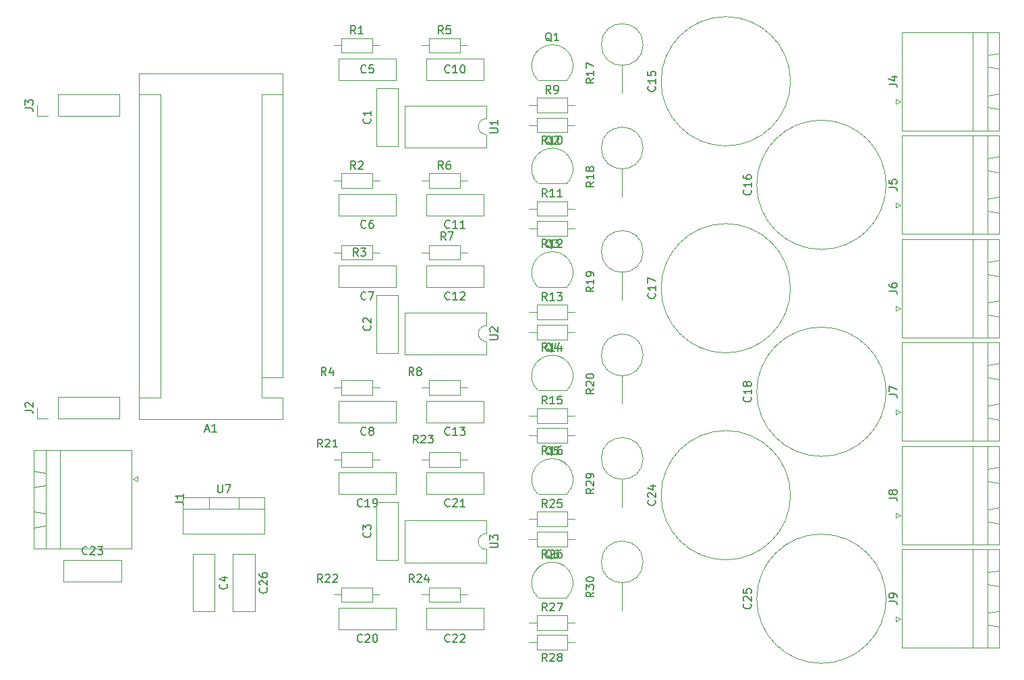
<source format=gbr>
%TF.GenerationSoftware,KiCad,Pcbnew,(6.0.7)*%
%TF.CreationDate,2023-02-09T09:46:21+02:00*%
%TF.ProjectId,Lamps_Type5,4c616d70-735f-4547-9970-65352e6b6963,rev?*%
%TF.SameCoordinates,Original*%
%TF.FileFunction,Legend,Top*%
%TF.FilePolarity,Positive*%
%FSLAX46Y46*%
G04 Gerber Fmt 4.6, Leading zero omitted, Abs format (unit mm)*
G04 Created by KiCad (PCBNEW (6.0.7)) date 2023-02-09 09:46:21*
%MOMM*%
%LPD*%
G01*
G04 APERTURE LIST*
%ADD10C,0.150000*%
%ADD11C,0.120000*%
G04 APERTURE END LIST*
D10*
%TO.C,C23*%
X154857142Y-110357142D02*
X154809523Y-110404761D01*
X154666666Y-110452380D01*
X154571428Y-110452380D01*
X154428571Y-110404761D01*
X154333333Y-110309523D01*
X154285714Y-110214285D01*
X154238095Y-110023809D01*
X154238095Y-109880952D01*
X154285714Y-109690476D01*
X154333333Y-109595238D01*
X154428571Y-109500000D01*
X154571428Y-109452380D01*
X154666666Y-109452380D01*
X154809523Y-109500000D01*
X154857142Y-109547619D01*
X155238095Y-109547619D02*
X155285714Y-109500000D01*
X155380952Y-109452380D01*
X155619047Y-109452380D01*
X155714285Y-109500000D01*
X155761904Y-109547619D01*
X155809523Y-109642857D01*
X155809523Y-109738095D01*
X155761904Y-109880952D01*
X155190476Y-110452380D01*
X155809523Y-110452380D01*
X156142857Y-109452380D02*
X156761904Y-109452380D01*
X156428571Y-109833333D01*
X156571428Y-109833333D01*
X156666666Y-109880952D01*
X156714285Y-109928571D01*
X156761904Y-110023809D01*
X156761904Y-110261904D01*
X156714285Y-110357142D01*
X156666666Y-110404761D01*
X156571428Y-110452380D01*
X156285714Y-110452380D01*
X156190476Y-110404761D01*
X156142857Y-110357142D01*
%TO.C,C3*%
X190357142Y-107666666D02*
X190404761Y-107714285D01*
X190452380Y-107857142D01*
X190452380Y-107952380D01*
X190404761Y-108095238D01*
X190309523Y-108190476D01*
X190214285Y-108238095D01*
X190023809Y-108285714D01*
X189880952Y-108285714D01*
X189690476Y-108238095D01*
X189595238Y-108190476D01*
X189500000Y-108095238D01*
X189452380Y-107952380D01*
X189452380Y-107857142D01*
X189500000Y-107714285D01*
X189547619Y-107666666D01*
X189452380Y-107333333D02*
X189452380Y-106714285D01*
X189833333Y-107047619D01*
X189833333Y-106904761D01*
X189880952Y-106809523D01*
X189928571Y-106761904D01*
X190023809Y-106714285D01*
X190261904Y-106714285D01*
X190357142Y-106761904D01*
X190404761Y-106809523D01*
X190452380Y-106904761D01*
X190452380Y-107190476D01*
X190404761Y-107285714D01*
X190357142Y-107333333D01*
%TO.C,C2*%
X190357142Y-81666666D02*
X190404761Y-81714285D01*
X190452380Y-81857142D01*
X190452380Y-81952380D01*
X190404761Y-82095238D01*
X190309523Y-82190476D01*
X190214285Y-82238095D01*
X190023809Y-82285714D01*
X189880952Y-82285714D01*
X189690476Y-82238095D01*
X189595238Y-82190476D01*
X189500000Y-82095238D01*
X189452380Y-81952380D01*
X189452380Y-81857142D01*
X189500000Y-81714285D01*
X189547619Y-81666666D01*
X189547619Y-81285714D02*
X189500000Y-81238095D01*
X189452380Y-81142857D01*
X189452380Y-80904761D01*
X189500000Y-80809523D01*
X189547619Y-80761904D01*
X189642857Y-80714285D01*
X189738095Y-80714285D01*
X189880952Y-80761904D01*
X190452380Y-81333333D01*
X190452380Y-80714285D01*
%TO.C,C1*%
X190357142Y-55666666D02*
X190404761Y-55714285D01*
X190452380Y-55857142D01*
X190452380Y-55952380D01*
X190404761Y-56095238D01*
X190309523Y-56190476D01*
X190214285Y-56238095D01*
X190023809Y-56285714D01*
X189880952Y-56285714D01*
X189690476Y-56238095D01*
X189595238Y-56190476D01*
X189500000Y-56095238D01*
X189452380Y-55952380D01*
X189452380Y-55857142D01*
X189500000Y-55714285D01*
X189547619Y-55666666D01*
X190452380Y-54714285D02*
X190452380Y-55285714D01*
X190452380Y-55000000D02*
X189452380Y-55000000D01*
X189595238Y-55095238D01*
X189690476Y-55190476D01*
X189738095Y-55285714D01*
%TO.C,R30*%
X218452380Y-115182857D02*
X217976190Y-115516190D01*
X218452380Y-115754285D02*
X217452380Y-115754285D01*
X217452380Y-115373333D01*
X217500000Y-115278095D01*
X217547619Y-115230476D01*
X217642857Y-115182857D01*
X217785714Y-115182857D01*
X217880952Y-115230476D01*
X217928571Y-115278095D01*
X217976190Y-115373333D01*
X217976190Y-115754285D01*
X217452380Y-114849523D02*
X217452380Y-114230476D01*
X217833333Y-114563809D01*
X217833333Y-114420952D01*
X217880952Y-114325714D01*
X217928571Y-114278095D01*
X218023809Y-114230476D01*
X218261904Y-114230476D01*
X218357142Y-114278095D01*
X218404761Y-114325714D01*
X218452380Y-114420952D01*
X218452380Y-114706666D01*
X218404761Y-114801904D01*
X218357142Y-114849523D01*
X217452380Y-113611428D02*
X217452380Y-113516190D01*
X217500000Y-113420952D01*
X217547619Y-113373333D01*
X217642857Y-113325714D01*
X217833333Y-113278095D01*
X218071428Y-113278095D01*
X218261904Y-113325714D01*
X218357142Y-113373333D01*
X218404761Y-113420952D01*
X218452380Y-113516190D01*
X218452380Y-113611428D01*
X218404761Y-113706666D01*
X218357142Y-113754285D01*
X218261904Y-113801904D01*
X218071428Y-113849523D01*
X217833333Y-113849523D01*
X217642857Y-113801904D01*
X217547619Y-113754285D01*
X217500000Y-113706666D01*
X217452380Y-113611428D01*
%TO.C,R29*%
X218452380Y-102182857D02*
X217976190Y-102516190D01*
X218452380Y-102754285D02*
X217452380Y-102754285D01*
X217452380Y-102373333D01*
X217500000Y-102278095D01*
X217547619Y-102230476D01*
X217642857Y-102182857D01*
X217785714Y-102182857D01*
X217880952Y-102230476D01*
X217928571Y-102278095D01*
X217976190Y-102373333D01*
X217976190Y-102754285D01*
X217547619Y-101801904D02*
X217500000Y-101754285D01*
X217452380Y-101659047D01*
X217452380Y-101420952D01*
X217500000Y-101325714D01*
X217547619Y-101278095D01*
X217642857Y-101230476D01*
X217738095Y-101230476D01*
X217880952Y-101278095D01*
X218452380Y-101849523D01*
X218452380Y-101230476D01*
X218452380Y-100754285D02*
X218452380Y-100563809D01*
X218404761Y-100468571D01*
X218357142Y-100420952D01*
X218214285Y-100325714D01*
X218023809Y-100278095D01*
X217642857Y-100278095D01*
X217547619Y-100325714D01*
X217500000Y-100373333D01*
X217452380Y-100468571D01*
X217452380Y-100659047D01*
X217500000Y-100754285D01*
X217547619Y-100801904D01*
X217642857Y-100849523D01*
X217880952Y-100849523D01*
X217976190Y-100801904D01*
X218023809Y-100754285D01*
X218071428Y-100659047D01*
X218071428Y-100468571D01*
X218023809Y-100373333D01*
X217976190Y-100325714D01*
X217880952Y-100278095D01*
%TO.C,R20*%
X218452380Y-89642857D02*
X217976190Y-89976190D01*
X218452380Y-90214285D02*
X217452380Y-90214285D01*
X217452380Y-89833333D01*
X217500000Y-89738095D01*
X217547619Y-89690476D01*
X217642857Y-89642857D01*
X217785714Y-89642857D01*
X217880952Y-89690476D01*
X217928571Y-89738095D01*
X217976190Y-89833333D01*
X217976190Y-90214285D01*
X217547619Y-89261904D02*
X217500000Y-89214285D01*
X217452380Y-89119047D01*
X217452380Y-88880952D01*
X217500000Y-88785714D01*
X217547619Y-88738095D01*
X217642857Y-88690476D01*
X217738095Y-88690476D01*
X217880952Y-88738095D01*
X218452380Y-89309523D01*
X218452380Y-88690476D01*
X217452380Y-88071428D02*
X217452380Y-87976190D01*
X217500000Y-87880952D01*
X217547619Y-87833333D01*
X217642857Y-87785714D01*
X217833333Y-87738095D01*
X218071428Y-87738095D01*
X218261904Y-87785714D01*
X218357142Y-87833333D01*
X218404761Y-87880952D01*
X218452380Y-87976190D01*
X218452380Y-88071428D01*
X218404761Y-88166666D01*
X218357142Y-88214285D01*
X218261904Y-88261904D01*
X218071428Y-88309523D01*
X217833333Y-88309523D01*
X217642857Y-88261904D01*
X217547619Y-88214285D01*
X217500000Y-88166666D01*
X217452380Y-88071428D01*
%TO.C,R19*%
X218452380Y-76832857D02*
X217976190Y-77166190D01*
X218452380Y-77404285D02*
X217452380Y-77404285D01*
X217452380Y-77023333D01*
X217500000Y-76928095D01*
X217547619Y-76880476D01*
X217642857Y-76832857D01*
X217785714Y-76832857D01*
X217880952Y-76880476D01*
X217928571Y-76928095D01*
X217976190Y-77023333D01*
X217976190Y-77404285D01*
X218452380Y-75880476D02*
X218452380Y-76451904D01*
X218452380Y-76166190D02*
X217452380Y-76166190D01*
X217595238Y-76261428D01*
X217690476Y-76356666D01*
X217738095Y-76451904D01*
X218452380Y-75404285D02*
X218452380Y-75213809D01*
X218404761Y-75118571D01*
X218357142Y-75070952D01*
X218214285Y-74975714D01*
X218023809Y-74928095D01*
X217642857Y-74928095D01*
X217547619Y-74975714D01*
X217500000Y-75023333D01*
X217452380Y-75118571D01*
X217452380Y-75309047D01*
X217500000Y-75404285D01*
X217547619Y-75451904D01*
X217642857Y-75499523D01*
X217880952Y-75499523D01*
X217976190Y-75451904D01*
X218023809Y-75404285D01*
X218071428Y-75309047D01*
X218071428Y-75118571D01*
X218023809Y-75023333D01*
X217976190Y-74975714D01*
X217880952Y-74928095D01*
%TO.C,R18*%
X218452380Y-63642857D02*
X217976190Y-63976190D01*
X218452380Y-64214285D02*
X217452380Y-64214285D01*
X217452380Y-63833333D01*
X217500000Y-63738095D01*
X217547619Y-63690476D01*
X217642857Y-63642857D01*
X217785714Y-63642857D01*
X217880952Y-63690476D01*
X217928571Y-63738095D01*
X217976190Y-63833333D01*
X217976190Y-64214285D01*
X218452380Y-62690476D02*
X218452380Y-63261904D01*
X218452380Y-62976190D02*
X217452380Y-62976190D01*
X217595238Y-63071428D01*
X217690476Y-63166666D01*
X217738095Y-63261904D01*
X217880952Y-62119047D02*
X217833333Y-62214285D01*
X217785714Y-62261904D01*
X217690476Y-62309523D01*
X217642857Y-62309523D01*
X217547619Y-62261904D01*
X217500000Y-62214285D01*
X217452380Y-62119047D01*
X217452380Y-61928571D01*
X217500000Y-61833333D01*
X217547619Y-61785714D01*
X217642857Y-61738095D01*
X217690476Y-61738095D01*
X217785714Y-61785714D01*
X217833333Y-61833333D01*
X217880952Y-61928571D01*
X217880952Y-62119047D01*
X217928571Y-62214285D01*
X217976190Y-62261904D01*
X218071428Y-62309523D01*
X218261904Y-62309523D01*
X218357142Y-62261904D01*
X218404761Y-62214285D01*
X218452380Y-62119047D01*
X218452380Y-61928571D01*
X218404761Y-61833333D01*
X218357142Y-61785714D01*
X218261904Y-61738095D01*
X218071428Y-61738095D01*
X217976190Y-61785714D01*
X217928571Y-61833333D01*
X217880952Y-61928571D01*
%TO.C,R17*%
X218452380Y-50642857D02*
X217976190Y-50976190D01*
X218452380Y-51214285D02*
X217452380Y-51214285D01*
X217452380Y-50833333D01*
X217500000Y-50738095D01*
X217547619Y-50690476D01*
X217642857Y-50642857D01*
X217785714Y-50642857D01*
X217880952Y-50690476D01*
X217928571Y-50738095D01*
X217976190Y-50833333D01*
X217976190Y-51214285D01*
X218452380Y-49690476D02*
X218452380Y-50261904D01*
X218452380Y-49976190D02*
X217452380Y-49976190D01*
X217595238Y-50071428D01*
X217690476Y-50166666D01*
X217738095Y-50261904D01*
X217452380Y-49357142D02*
X217452380Y-48690476D01*
X218452380Y-49119047D01*
%TO.C,U7*%
X171238095Y-101682380D02*
X171238095Y-102491904D01*
X171285714Y-102587142D01*
X171333333Y-102634761D01*
X171428571Y-102682380D01*
X171619047Y-102682380D01*
X171714285Y-102634761D01*
X171761904Y-102587142D01*
X171809523Y-102491904D01*
X171809523Y-101682380D01*
X172190476Y-101682380D02*
X172857142Y-101682380D01*
X172428571Y-102682380D01*
%TO.C,U3*%
X205402380Y-109571904D02*
X206211904Y-109571904D01*
X206307142Y-109524285D01*
X206354761Y-109476666D01*
X206402380Y-109381428D01*
X206402380Y-109190952D01*
X206354761Y-109095714D01*
X206307142Y-109048095D01*
X206211904Y-109000476D01*
X205402380Y-109000476D01*
X205402380Y-108619523D02*
X205402380Y-108000476D01*
X205783333Y-108333809D01*
X205783333Y-108190952D01*
X205830952Y-108095714D01*
X205878571Y-108048095D01*
X205973809Y-108000476D01*
X206211904Y-108000476D01*
X206307142Y-108048095D01*
X206354761Y-108095714D01*
X206402380Y-108190952D01*
X206402380Y-108476666D01*
X206354761Y-108571904D01*
X206307142Y-108619523D01*
%TO.C,U2*%
X205402380Y-83451904D02*
X206211904Y-83451904D01*
X206307142Y-83404285D01*
X206354761Y-83356666D01*
X206402380Y-83261428D01*
X206402380Y-83070952D01*
X206354761Y-82975714D01*
X206307142Y-82928095D01*
X206211904Y-82880476D01*
X205402380Y-82880476D01*
X205497619Y-82451904D02*
X205450000Y-82404285D01*
X205402380Y-82309047D01*
X205402380Y-82070952D01*
X205450000Y-81975714D01*
X205497619Y-81928095D01*
X205592857Y-81880476D01*
X205688095Y-81880476D01*
X205830952Y-81928095D01*
X206402380Y-82499523D01*
X206402380Y-81880476D01*
%TO.C,U1*%
X205402380Y-57451904D02*
X206211904Y-57451904D01*
X206307142Y-57404285D01*
X206354761Y-57356666D01*
X206402380Y-57261428D01*
X206402380Y-57070952D01*
X206354761Y-56975714D01*
X206307142Y-56928095D01*
X206211904Y-56880476D01*
X205402380Y-56880476D01*
X206402380Y-55880476D02*
X206402380Y-56451904D01*
X206402380Y-56166190D02*
X205402380Y-56166190D01*
X205545238Y-56261428D01*
X205640476Y-56356666D01*
X205688095Y-56451904D01*
%TO.C,R28*%
X212547142Y-123872380D02*
X212213809Y-123396190D01*
X211975714Y-123872380D02*
X211975714Y-122872380D01*
X212356666Y-122872380D01*
X212451904Y-122920000D01*
X212499523Y-122967619D01*
X212547142Y-123062857D01*
X212547142Y-123205714D01*
X212499523Y-123300952D01*
X212451904Y-123348571D01*
X212356666Y-123396190D01*
X211975714Y-123396190D01*
X212928095Y-122967619D02*
X212975714Y-122920000D01*
X213070952Y-122872380D01*
X213309047Y-122872380D01*
X213404285Y-122920000D01*
X213451904Y-122967619D01*
X213499523Y-123062857D01*
X213499523Y-123158095D01*
X213451904Y-123300952D01*
X212880476Y-123872380D01*
X213499523Y-123872380D01*
X214070952Y-123300952D02*
X213975714Y-123253333D01*
X213928095Y-123205714D01*
X213880476Y-123110476D01*
X213880476Y-123062857D01*
X213928095Y-122967619D01*
X213975714Y-122920000D01*
X214070952Y-122872380D01*
X214261428Y-122872380D01*
X214356666Y-122920000D01*
X214404285Y-122967619D01*
X214451904Y-123062857D01*
X214451904Y-123110476D01*
X214404285Y-123205714D01*
X214356666Y-123253333D01*
X214261428Y-123300952D01*
X214070952Y-123300952D01*
X213975714Y-123348571D01*
X213928095Y-123396190D01*
X213880476Y-123491428D01*
X213880476Y-123681904D01*
X213928095Y-123777142D01*
X213975714Y-123824761D01*
X214070952Y-123872380D01*
X214261428Y-123872380D01*
X214356666Y-123824761D01*
X214404285Y-123777142D01*
X214451904Y-123681904D01*
X214451904Y-123491428D01*
X214404285Y-123396190D01*
X214356666Y-123348571D01*
X214261428Y-123300952D01*
%TO.C,R27*%
X212547142Y-117532380D02*
X212213809Y-117056190D01*
X211975714Y-117532380D02*
X211975714Y-116532380D01*
X212356666Y-116532380D01*
X212451904Y-116580000D01*
X212499523Y-116627619D01*
X212547142Y-116722857D01*
X212547142Y-116865714D01*
X212499523Y-116960952D01*
X212451904Y-117008571D01*
X212356666Y-117056190D01*
X211975714Y-117056190D01*
X212928095Y-116627619D02*
X212975714Y-116580000D01*
X213070952Y-116532380D01*
X213309047Y-116532380D01*
X213404285Y-116580000D01*
X213451904Y-116627619D01*
X213499523Y-116722857D01*
X213499523Y-116818095D01*
X213451904Y-116960952D01*
X212880476Y-117532380D01*
X213499523Y-117532380D01*
X213832857Y-116532380D02*
X214499523Y-116532380D01*
X214070952Y-117532380D01*
%TO.C,R26*%
X212547142Y-110872380D02*
X212213809Y-110396190D01*
X211975714Y-110872380D02*
X211975714Y-109872380D01*
X212356666Y-109872380D01*
X212451904Y-109920000D01*
X212499523Y-109967619D01*
X212547142Y-110062857D01*
X212547142Y-110205714D01*
X212499523Y-110300952D01*
X212451904Y-110348571D01*
X212356666Y-110396190D01*
X211975714Y-110396190D01*
X212928095Y-109967619D02*
X212975714Y-109920000D01*
X213070952Y-109872380D01*
X213309047Y-109872380D01*
X213404285Y-109920000D01*
X213451904Y-109967619D01*
X213499523Y-110062857D01*
X213499523Y-110158095D01*
X213451904Y-110300952D01*
X212880476Y-110872380D01*
X213499523Y-110872380D01*
X214356666Y-109872380D02*
X214166190Y-109872380D01*
X214070952Y-109920000D01*
X214023333Y-109967619D01*
X213928095Y-110110476D01*
X213880476Y-110300952D01*
X213880476Y-110681904D01*
X213928095Y-110777142D01*
X213975714Y-110824761D01*
X214070952Y-110872380D01*
X214261428Y-110872380D01*
X214356666Y-110824761D01*
X214404285Y-110777142D01*
X214451904Y-110681904D01*
X214451904Y-110443809D01*
X214404285Y-110348571D01*
X214356666Y-110300952D01*
X214261428Y-110253333D01*
X214070952Y-110253333D01*
X213975714Y-110300952D01*
X213928095Y-110348571D01*
X213880476Y-110443809D01*
%TO.C,R25*%
X212547142Y-104532380D02*
X212213809Y-104056190D01*
X211975714Y-104532380D02*
X211975714Y-103532380D01*
X212356666Y-103532380D01*
X212451904Y-103580000D01*
X212499523Y-103627619D01*
X212547142Y-103722857D01*
X212547142Y-103865714D01*
X212499523Y-103960952D01*
X212451904Y-104008571D01*
X212356666Y-104056190D01*
X211975714Y-104056190D01*
X212928095Y-103627619D02*
X212975714Y-103580000D01*
X213070952Y-103532380D01*
X213309047Y-103532380D01*
X213404285Y-103580000D01*
X213451904Y-103627619D01*
X213499523Y-103722857D01*
X213499523Y-103818095D01*
X213451904Y-103960952D01*
X212880476Y-104532380D01*
X213499523Y-104532380D01*
X214404285Y-103532380D02*
X213928095Y-103532380D01*
X213880476Y-104008571D01*
X213928095Y-103960952D01*
X214023333Y-103913333D01*
X214261428Y-103913333D01*
X214356666Y-103960952D01*
X214404285Y-104008571D01*
X214451904Y-104103809D01*
X214451904Y-104341904D01*
X214404285Y-104437142D01*
X214356666Y-104484761D01*
X214261428Y-104532380D01*
X214023333Y-104532380D01*
X213928095Y-104484761D01*
X213880476Y-104437142D01*
%TO.C,R24*%
X195857142Y-113952380D02*
X195523809Y-113476190D01*
X195285714Y-113952380D02*
X195285714Y-112952380D01*
X195666666Y-112952380D01*
X195761904Y-113000000D01*
X195809523Y-113047619D01*
X195857142Y-113142857D01*
X195857142Y-113285714D01*
X195809523Y-113380952D01*
X195761904Y-113428571D01*
X195666666Y-113476190D01*
X195285714Y-113476190D01*
X196238095Y-113047619D02*
X196285714Y-113000000D01*
X196380952Y-112952380D01*
X196619047Y-112952380D01*
X196714285Y-113000000D01*
X196761904Y-113047619D01*
X196809523Y-113142857D01*
X196809523Y-113238095D01*
X196761904Y-113380952D01*
X196190476Y-113952380D01*
X196809523Y-113952380D01*
X197666666Y-113285714D02*
X197666666Y-113952380D01*
X197428571Y-112904761D02*
X197190476Y-113619047D01*
X197809523Y-113619047D01*
%TO.C,R23*%
X196357142Y-96452380D02*
X196023809Y-95976190D01*
X195785714Y-96452380D02*
X195785714Y-95452380D01*
X196166666Y-95452380D01*
X196261904Y-95500000D01*
X196309523Y-95547619D01*
X196357142Y-95642857D01*
X196357142Y-95785714D01*
X196309523Y-95880952D01*
X196261904Y-95928571D01*
X196166666Y-95976190D01*
X195785714Y-95976190D01*
X196738095Y-95547619D02*
X196785714Y-95500000D01*
X196880952Y-95452380D01*
X197119047Y-95452380D01*
X197214285Y-95500000D01*
X197261904Y-95547619D01*
X197309523Y-95642857D01*
X197309523Y-95738095D01*
X197261904Y-95880952D01*
X196690476Y-96452380D01*
X197309523Y-96452380D01*
X197642857Y-95452380D02*
X198261904Y-95452380D01*
X197928571Y-95833333D01*
X198071428Y-95833333D01*
X198166666Y-95880952D01*
X198214285Y-95928571D01*
X198261904Y-96023809D01*
X198261904Y-96261904D01*
X198214285Y-96357142D01*
X198166666Y-96404761D01*
X198071428Y-96452380D01*
X197785714Y-96452380D01*
X197690476Y-96404761D01*
X197642857Y-96357142D01*
%TO.C,R22*%
X184357142Y-113952380D02*
X184023809Y-113476190D01*
X183785714Y-113952380D02*
X183785714Y-112952380D01*
X184166666Y-112952380D01*
X184261904Y-113000000D01*
X184309523Y-113047619D01*
X184357142Y-113142857D01*
X184357142Y-113285714D01*
X184309523Y-113380952D01*
X184261904Y-113428571D01*
X184166666Y-113476190D01*
X183785714Y-113476190D01*
X184738095Y-113047619D02*
X184785714Y-113000000D01*
X184880952Y-112952380D01*
X185119047Y-112952380D01*
X185214285Y-113000000D01*
X185261904Y-113047619D01*
X185309523Y-113142857D01*
X185309523Y-113238095D01*
X185261904Y-113380952D01*
X184690476Y-113952380D01*
X185309523Y-113952380D01*
X185690476Y-113047619D02*
X185738095Y-113000000D01*
X185833333Y-112952380D01*
X186071428Y-112952380D01*
X186166666Y-113000000D01*
X186214285Y-113047619D01*
X186261904Y-113142857D01*
X186261904Y-113238095D01*
X186214285Y-113380952D01*
X185642857Y-113952380D01*
X186261904Y-113952380D01*
%TO.C,R21*%
X184357142Y-96952380D02*
X184023809Y-96476190D01*
X183785714Y-96952380D02*
X183785714Y-95952380D01*
X184166666Y-95952380D01*
X184261904Y-96000000D01*
X184309523Y-96047619D01*
X184357142Y-96142857D01*
X184357142Y-96285714D01*
X184309523Y-96380952D01*
X184261904Y-96428571D01*
X184166666Y-96476190D01*
X183785714Y-96476190D01*
X184738095Y-96047619D02*
X184785714Y-96000000D01*
X184880952Y-95952380D01*
X185119047Y-95952380D01*
X185214285Y-96000000D01*
X185261904Y-96047619D01*
X185309523Y-96142857D01*
X185309523Y-96238095D01*
X185261904Y-96380952D01*
X184690476Y-96952380D01*
X185309523Y-96952380D01*
X186261904Y-96952380D02*
X185690476Y-96952380D01*
X185976190Y-96952380D02*
X185976190Y-95952380D01*
X185880952Y-96095238D01*
X185785714Y-96190476D01*
X185690476Y-96238095D01*
%TO.C,R16*%
X212547142Y-97872380D02*
X212213809Y-97396190D01*
X211975714Y-97872380D02*
X211975714Y-96872380D01*
X212356666Y-96872380D01*
X212451904Y-96920000D01*
X212499523Y-96967619D01*
X212547142Y-97062857D01*
X212547142Y-97205714D01*
X212499523Y-97300952D01*
X212451904Y-97348571D01*
X212356666Y-97396190D01*
X211975714Y-97396190D01*
X213499523Y-97872380D02*
X212928095Y-97872380D01*
X213213809Y-97872380D02*
X213213809Y-96872380D01*
X213118571Y-97015238D01*
X213023333Y-97110476D01*
X212928095Y-97158095D01*
X214356666Y-96872380D02*
X214166190Y-96872380D01*
X214070952Y-96920000D01*
X214023333Y-96967619D01*
X213928095Y-97110476D01*
X213880476Y-97300952D01*
X213880476Y-97681904D01*
X213928095Y-97777142D01*
X213975714Y-97824761D01*
X214070952Y-97872380D01*
X214261428Y-97872380D01*
X214356666Y-97824761D01*
X214404285Y-97777142D01*
X214451904Y-97681904D01*
X214451904Y-97443809D01*
X214404285Y-97348571D01*
X214356666Y-97300952D01*
X214261428Y-97253333D01*
X214070952Y-97253333D01*
X213975714Y-97300952D01*
X213928095Y-97348571D01*
X213880476Y-97443809D01*
%TO.C,R15*%
X212547142Y-91532380D02*
X212213809Y-91056190D01*
X211975714Y-91532380D02*
X211975714Y-90532380D01*
X212356666Y-90532380D01*
X212451904Y-90580000D01*
X212499523Y-90627619D01*
X212547142Y-90722857D01*
X212547142Y-90865714D01*
X212499523Y-90960952D01*
X212451904Y-91008571D01*
X212356666Y-91056190D01*
X211975714Y-91056190D01*
X213499523Y-91532380D02*
X212928095Y-91532380D01*
X213213809Y-91532380D02*
X213213809Y-90532380D01*
X213118571Y-90675238D01*
X213023333Y-90770476D01*
X212928095Y-90818095D01*
X214404285Y-90532380D02*
X213928095Y-90532380D01*
X213880476Y-91008571D01*
X213928095Y-90960952D01*
X214023333Y-90913333D01*
X214261428Y-90913333D01*
X214356666Y-90960952D01*
X214404285Y-91008571D01*
X214451904Y-91103809D01*
X214451904Y-91341904D01*
X214404285Y-91437142D01*
X214356666Y-91484761D01*
X214261428Y-91532380D01*
X214023333Y-91532380D01*
X213928095Y-91484761D01*
X213880476Y-91437142D01*
%TO.C,R14*%
X212547142Y-84872380D02*
X212213809Y-84396190D01*
X211975714Y-84872380D02*
X211975714Y-83872380D01*
X212356666Y-83872380D01*
X212451904Y-83920000D01*
X212499523Y-83967619D01*
X212547142Y-84062857D01*
X212547142Y-84205714D01*
X212499523Y-84300952D01*
X212451904Y-84348571D01*
X212356666Y-84396190D01*
X211975714Y-84396190D01*
X213499523Y-84872380D02*
X212928095Y-84872380D01*
X213213809Y-84872380D02*
X213213809Y-83872380D01*
X213118571Y-84015238D01*
X213023333Y-84110476D01*
X212928095Y-84158095D01*
X214356666Y-84205714D02*
X214356666Y-84872380D01*
X214118571Y-83824761D02*
X213880476Y-84539047D01*
X214499523Y-84539047D01*
%TO.C,R13*%
X212547142Y-78532380D02*
X212213809Y-78056190D01*
X211975714Y-78532380D02*
X211975714Y-77532380D01*
X212356666Y-77532380D01*
X212451904Y-77580000D01*
X212499523Y-77627619D01*
X212547142Y-77722857D01*
X212547142Y-77865714D01*
X212499523Y-77960952D01*
X212451904Y-78008571D01*
X212356666Y-78056190D01*
X211975714Y-78056190D01*
X213499523Y-78532380D02*
X212928095Y-78532380D01*
X213213809Y-78532380D02*
X213213809Y-77532380D01*
X213118571Y-77675238D01*
X213023333Y-77770476D01*
X212928095Y-77818095D01*
X213832857Y-77532380D02*
X214451904Y-77532380D01*
X214118571Y-77913333D01*
X214261428Y-77913333D01*
X214356666Y-77960952D01*
X214404285Y-78008571D01*
X214451904Y-78103809D01*
X214451904Y-78341904D01*
X214404285Y-78437142D01*
X214356666Y-78484761D01*
X214261428Y-78532380D01*
X213975714Y-78532380D01*
X213880476Y-78484761D01*
X213832857Y-78437142D01*
%TO.C,R12*%
X212547142Y-71872380D02*
X212213809Y-71396190D01*
X211975714Y-71872380D02*
X211975714Y-70872380D01*
X212356666Y-70872380D01*
X212451904Y-70920000D01*
X212499523Y-70967619D01*
X212547142Y-71062857D01*
X212547142Y-71205714D01*
X212499523Y-71300952D01*
X212451904Y-71348571D01*
X212356666Y-71396190D01*
X211975714Y-71396190D01*
X213499523Y-71872380D02*
X212928095Y-71872380D01*
X213213809Y-71872380D02*
X213213809Y-70872380D01*
X213118571Y-71015238D01*
X213023333Y-71110476D01*
X212928095Y-71158095D01*
X213880476Y-70967619D02*
X213928095Y-70920000D01*
X214023333Y-70872380D01*
X214261428Y-70872380D01*
X214356666Y-70920000D01*
X214404285Y-70967619D01*
X214451904Y-71062857D01*
X214451904Y-71158095D01*
X214404285Y-71300952D01*
X213832857Y-71872380D01*
X214451904Y-71872380D01*
%TO.C,R11*%
X212547142Y-65532380D02*
X212213809Y-65056190D01*
X211975714Y-65532380D02*
X211975714Y-64532380D01*
X212356666Y-64532380D01*
X212451904Y-64580000D01*
X212499523Y-64627619D01*
X212547142Y-64722857D01*
X212547142Y-64865714D01*
X212499523Y-64960952D01*
X212451904Y-65008571D01*
X212356666Y-65056190D01*
X211975714Y-65056190D01*
X213499523Y-65532380D02*
X212928095Y-65532380D01*
X213213809Y-65532380D02*
X213213809Y-64532380D01*
X213118571Y-64675238D01*
X213023333Y-64770476D01*
X212928095Y-64818095D01*
X214451904Y-65532380D02*
X213880476Y-65532380D01*
X214166190Y-65532380D02*
X214166190Y-64532380D01*
X214070952Y-64675238D01*
X213975714Y-64770476D01*
X213880476Y-64818095D01*
%TO.C,R10*%
X212547142Y-58872380D02*
X212213809Y-58396190D01*
X211975714Y-58872380D02*
X211975714Y-57872380D01*
X212356666Y-57872380D01*
X212451904Y-57920000D01*
X212499523Y-57967619D01*
X212547142Y-58062857D01*
X212547142Y-58205714D01*
X212499523Y-58300952D01*
X212451904Y-58348571D01*
X212356666Y-58396190D01*
X211975714Y-58396190D01*
X213499523Y-58872380D02*
X212928095Y-58872380D01*
X213213809Y-58872380D02*
X213213809Y-57872380D01*
X213118571Y-58015238D01*
X213023333Y-58110476D01*
X212928095Y-58158095D01*
X214118571Y-57872380D02*
X214213809Y-57872380D01*
X214309047Y-57920000D01*
X214356666Y-57967619D01*
X214404285Y-58062857D01*
X214451904Y-58253333D01*
X214451904Y-58491428D01*
X214404285Y-58681904D01*
X214356666Y-58777142D01*
X214309047Y-58824761D01*
X214213809Y-58872380D01*
X214118571Y-58872380D01*
X214023333Y-58824761D01*
X213975714Y-58777142D01*
X213928095Y-58681904D01*
X213880476Y-58491428D01*
X213880476Y-58253333D01*
X213928095Y-58062857D01*
X213975714Y-57967619D01*
X214023333Y-57920000D01*
X214118571Y-57872380D01*
%TO.C,R9*%
X213023333Y-52532380D02*
X212690000Y-52056190D01*
X212451904Y-52532380D02*
X212451904Y-51532380D01*
X212832857Y-51532380D01*
X212928095Y-51580000D01*
X212975714Y-51627619D01*
X213023333Y-51722857D01*
X213023333Y-51865714D01*
X212975714Y-51960952D01*
X212928095Y-52008571D01*
X212832857Y-52056190D01*
X212451904Y-52056190D01*
X213499523Y-52532380D02*
X213690000Y-52532380D01*
X213785238Y-52484761D01*
X213832857Y-52437142D01*
X213928095Y-52294285D01*
X213975714Y-52103809D01*
X213975714Y-51722857D01*
X213928095Y-51627619D01*
X213880476Y-51580000D01*
X213785238Y-51532380D01*
X213594761Y-51532380D01*
X213499523Y-51580000D01*
X213451904Y-51627619D01*
X213404285Y-51722857D01*
X213404285Y-51960952D01*
X213451904Y-52056190D01*
X213499523Y-52103809D01*
X213594761Y-52151428D01*
X213785238Y-52151428D01*
X213880476Y-52103809D01*
X213928095Y-52056190D01*
X213975714Y-51960952D01*
%TO.C,R8*%
X195833333Y-87952380D02*
X195500000Y-87476190D01*
X195261904Y-87952380D02*
X195261904Y-86952380D01*
X195642857Y-86952380D01*
X195738095Y-87000000D01*
X195785714Y-87047619D01*
X195833333Y-87142857D01*
X195833333Y-87285714D01*
X195785714Y-87380952D01*
X195738095Y-87428571D01*
X195642857Y-87476190D01*
X195261904Y-87476190D01*
X196404761Y-87380952D02*
X196309523Y-87333333D01*
X196261904Y-87285714D01*
X196214285Y-87190476D01*
X196214285Y-87142857D01*
X196261904Y-87047619D01*
X196309523Y-87000000D01*
X196404761Y-86952380D01*
X196595238Y-86952380D01*
X196690476Y-87000000D01*
X196738095Y-87047619D01*
X196785714Y-87142857D01*
X196785714Y-87190476D01*
X196738095Y-87285714D01*
X196690476Y-87333333D01*
X196595238Y-87380952D01*
X196404761Y-87380952D01*
X196309523Y-87428571D01*
X196261904Y-87476190D01*
X196214285Y-87571428D01*
X196214285Y-87761904D01*
X196261904Y-87857142D01*
X196309523Y-87904761D01*
X196404761Y-87952380D01*
X196595238Y-87952380D01*
X196690476Y-87904761D01*
X196738095Y-87857142D01*
X196785714Y-87761904D01*
X196785714Y-87571428D01*
X196738095Y-87476190D01*
X196690476Y-87428571D01*
X196595238Y-87380952D01*
%TO.C,R7*%
X199833333Y-70952380D02*
X199500000Y-70476190D01*
X199261904Y-70952380D02*
X199261904Y-69952380D01*
X199642857Y-69952380D01*
X199738095Y-70000000D01*
X199785714Y-70047619D01*
X199833333Y-70142857D01*
X199833333Y-70285714D01*
X199785714Y-70380952D01*
X199738095Y-70428571D01*
X199642857Y-70476190D01*
X199261904Y-70476190D01*
X200166666Y-69952380D02*
X200833333Y-69952380D01*
X200404761Y-70952380D01*
%TO.C,R6*%
X199523333Y-62032380D02*
X199190000Y-61556190D01*
X198951904Y-62032380D02*
X198951904Y-61032380D01*
X199332857Y-61032380D01*
X199428095Y-61080000D01*
X199475714Y-61127619D01*
X199523333Y-61222857D01*
X199523333Y-61365714D01*
X199475714Y-61460952D01*
X199428095Y-61508571D01*
X199332857Y-61556190D01*
X198951904Y-61556190D01*
X200380476Y-61032380D02*
X200190000Y-61032380D01*
X200094761Y-61080000D01*
X200047142Y-61127619D01*
X199951904Y-61270476D01*
X199904285Y-61460952D01*
X199904285Y-61841904D01*
X199951904Y-61937142D01*
X199999523Y-61984761D01*
X200094761Y-62032380D01*
X200285238Y-62032380D01*
X200380476Y-61984761D01*
X200428095Y-61937142D01*
X200475714Y-61841904D01*
X200475714Y-61603809D01*
X200428095Y-61508571D01*
X200380476Y-61460952D01*
X200285238Y-61413333D01*
X200094761Y-61413333D01*
X199999523Y-61460952D01*
X199951904Y-61508571D01*
X199904285Y-61603809D01*
%TO.C,R5*%
X199523333Y-45032380D02*
X199190000Y-44556190D01*
X198951904Y-45032380D02*
X198951904Y-44032380D01*
X199332857Y-44032380D01*
X199428095Y-44080000D01*
X199475714Y-44127619D01*
X199523333Y-44222857D01*
X199523333Y-44365714D01*
X199475714Y-44460952D01*
X199428095Y-44508571D01*
X199332857Y-44556190D01*
X198951904Y-44556190D01*
X200428095Y-44032380D02*
X199951904Y-44032380D01*
X199904285Y-44508571D01*
X199951904Y-44460952D01*
X200047142Y-44413333D01*
X200285238Y-44413333D01*
X200380476Y-44460952D01*
X200428095Y-44508571D01*
X200475714Y-44603809D01*
X200475714Y-44841904D01*
X200428095Y-44937142D01*
X200380476Y-44984761D01*
X200285238Y-45032380D01*
X200047142Y-45032380D01*
X199951904Y-44984761D01*
X199904285Y-44937142D01*
%TO.C,R4*%
X184833333Y-87952380D02*
X184500000Y-87476190D01*
X184261904Y-87952380D02*
X184261904Y-86952380D01*
X184642857Y-86952380D01*
X184738095Y-87000000D01*
X184785714Y-87047619D01*
X184833333Y-87142857D01*
X184833333Y-87285714D01*
X184785714Y-87380952D01*
X184738095Y-87428571D01*
X184642857Y-87476190D01*
X184261904Y-87476190D01*
X185690476Y-87285714D02*
X185690476Y-87952380D01*
X185452380Y-86904761D02*
X185214285Y-87619047D01*
X185833333Y-87619047D01*
%TO.C,R3*%
X188833333Y-72952380D02*
X188500000Y-72476190D01*
X188261904Y-72952380D02*
X188261904Y-71952380D01*
X188642857Y-71952380D01*
X188738095Y-72000000D01*
X188785714Y-72047619D01*
X188833333Y-72142857D01*
X188833333Y-72285714D01*
X188785714Y-72380952D01*
X188738095Y-72428571D01*
X188642857Y-72476190D01*
X188261904Y-72476190D01*
X189166666Y-71952380D02*
X189785714Y-71952380D01*
X189452380Y-72333333D01*
X189595238Y-72333333D01*
X189690476Y-72380952D01*
X189738095Y-72428571D01*
X189785714Y-72523809D01*
X189785714Y-72761904D01*
X189738095Y-72857142D01*
X189690476Y-72904761D01*
X189595238Y-72952380D01*
X189309523Y-72952380D01*
X189214285Y-72904761D01*
X189166666Y-72857142D01*
%TO.C,R2*%
X188523333Y-62032380D02*
X188190000Y-61556190D01*
X187951904Y-62032380D02*
X187951904Y-61032380D01*
X188332857Y-61032380D01*
X188428095Y-61080000D01*
X188475714Y-61127619D01*
X188523333Y-61222857D01*
X188523333Y-61365714D01*
X188475714Y-61460952D01*
X188428095Y-61508571D01*
X188332857Y-61556190D01*
X187951904Y-61556190D01*
X188904285Y-61127619D02*
X188951904Y-61080000D01*
X189047142Y-61032380D01*
X189285238Y-61032380D01*
X189380476Y-61080000D01*
X189428095Y-61127619D01*
X189475714Y-61222857D01*
X189475714Y-61318095D01*
X189428095Y-61460952D01*
X188856666Y-62032380D01*
X189475714Y-62032380D01*
%TO.C,R1*%
X188523333Y-45032380D02*
X188190000Y-44556190D01*
X187951904Y-45032380D02*
X187951904Y-44032380D01*
X188332857Y-44032380D01*
X188428095Y-44080000D01*
X188475714Y-44127619D01*
X188523333Y-44222857D01*
X188523333Y-44365714D01*
X188475714Y-44460952D01*
X188428095Y-44508571D01*
X188332857Y-44556190D01*
X187951904Y-44556190D01*
X189475714Y-45032380D02*
X188904285Y-45032380D01*
X189190000Y-45032380D02*
X189190000Y-44032380D01*
X189094761Y-44175238D01*
X188999523Y-44270476D01*
X188904285Y-44318095D01*
%TO.C,Q6*%
X213134761Y-110987619D02*
X213039523Y-110940000D01*
X212944285Y-110844761D01*
X212801428Y-110701904D01*
X212706190Y-110654285D01*
X212610952Y-110654285D01*
X212658571Y-110892380D02*
X212563333Y-110844761D01*
X212468095Y-110749523D01*
X212420476Y-110559047D01*
X212420476Y-110225714D01*
X212468095Y-110035238D01*
X212563333Y-109940000D01*
X212658571Y-109892380D01*
X212849047Y-109892380D01*
X212944285Y-109940000D01*
X213039523Y-110035238D01*
X213087142Y-110225714D01*
X213087142Y-110559047D01*
X213039523Y-110749523D01*
X212944285Y-110844761D01*
X212849047Y-110892380D01*
X212658571Y-110892380D01*
X213944285Y-109892380D02*
X213753809Y-109892380D01*
X213658571Y-109940000D01*
X213610952Y-109987619D01*
X213515714Y-110130476D01*
X213468095Y-110320952D01*
X213468095Y-110701904D01*
X213515714Y-110797142D01*
X213563333Y-110844761D01*
X213658571Y-110892380D01*
X213849047Y-110892380D01*
X213944285Y-110844761D01*
X213991904Y-110797142D01*
X214039523Y-110701904D01*
X214039523Y-110463809D01*
X213991904Y-110368571D01*
X213944285Y-110320952D01*
X213849047Y-110273333D01*
X213658571Y-110273333D01*
X213563333Y-110320952D01*
X213515714Y-110368571D01*
X213468095Y-110463809D01*
%TO.C,Q5*%
X213134761Y-97987619D02*
X213039523Y-97940000D01*
X212944285Y-97844761D01*
X212801428Y-97701904D01*
X212706190Y-97654285D01*
X212610952Y-97654285D01*
X212658571Y-97892380D02*
X212563333Y-97844761D01*
X212468095Y-97749523D01*
X212420476Y-97559047D01*
X212420476Y-97225714D01*
X212468095Y-97035238D01*
X212563333Y-96940000D01*
X212658571Y-96892380D01*
X212849047Y-96892380D01*
X212944285Y-96940000D01*
X213039523Y-97035238D01*
X213087142Y-97225714D01*
X213087142Y-97559047D01*
X213039523Y-97749523D01*
X212944285Y-97844761D01*
X212849047Y-97892380D01*
X212658571Y-97892380D01*
X213991904Y-96892380D02*
X213515714Y-96892380D01*
X213468095Y-97368571D01*
X213515714Y-97320952D01*
X213610952Y-97273333D01*
X213849047Y-97273333D01*
X213944285Y-97320952D01*
X213991904Y-97368571D01*
X214039523Y-97463809D01*
X214039523Y-97701904D01*
X213991904Y-97797142D01*
X213944285Y-97844761D01*
X213849047Y-97892380D01*
X213610952Y-97892380D01*
X213515714Y-97844761D01*
X213468095Y-97797142D01*
%TO.C,Q4*%
X213134761Y-84987619D02*
X213039523Y-84940000D01*
X212944285Y-84844761D01*
X212801428Y-84701904D01*
X212706190Y-84654285D01*
X212610952Y-84654285D01*
X212658571Y-84892380D02*
X212563333Y-84844761D01*
X212468095Y-84749523D01*
X212420476Y-84559047D01*
X212420476Y-84225714D01*
X212468095Y-84035238D01*
X212563333Y-83940000D01*
X212658571Y-83892380D01*
X212849047Y-83892380D01*
X212944285Y-83940000D01*
X213039523Y-84035238D01*
X213087142Y-84225714D01*
X213087142Y-84559047D01*
X213039523Y-84749523D01*
X212944285Y-84844761D01*
X212849047Y-84892380D01*
X212658571Y-84892380D01*
X213944285Y-84225714D02*
X213944285Y-84892380D01*
X213706190Y-83844761D02*
X213468095Y-84559047D01*
X214087142Y-84559047D01*
%TO.C,Q3*%
X213134761Y-71987619D02*
X213039523Y-71940000D01*
X212944285Y-71844761D01*
X212801428Y-71701904D01*
X212706190Y-71654285D01*
X212610952Y-71654285D01*
X212658571Y-71892380D02*
X212563333Y-71844761D01*
X212468095Y-71749523D01*
X212420476Y-71559047D01*
X212420476Y-71225714D01*
X212468095Y-71035238D01*
X212563333Y-70940000D01*
X212658571Y-70892380D01*
X212849047Y-70892380D01*
X212944285Y-70940000D01*
X213039523Y-71035238D01*
X213087142Y-71225714D01*
X213087142Y-71559047D01*
X213039523Y-71749523D01*
X212944285Y-71844761D01*
X212849047Y-71892380D01*
X212658571Y-71892380D01*
X213420476Y-70892380D02*
X214039523Y-70892380D01*
X213706190Y-71273333D01*
X213849047Y-71273333D01*
X213944285Y-71320952D01*
X213991904Y-71368571D01*
X214039523Y-71463809D01*
X214039523Y-71701904D01*
X213991904Y-71797142D01*
X213944285Y-71844761D01*
X213849047Y-71892380D01*
X213563333Y-71892380D01*
X213468095Y-71844761D01*
X213420476Y-71797142D01*
%TO.C,Q2*%
X213134761Y-58987619D02*
X213039523Y-58940000D01*
X212944285Y-58844761D01*
X212801428Y-58701904D01*
X212706190Y-58654285D01*
X212610952Y-58654285D01*
X212658571Y-58892380D02*
X212563333Y-58844761D01*
X212468095Y-58749523D01*
X212420476Y-58559047D01*
X212420476Y-58225714D01*
X212468095Y-58035238D01*
X212563333Y-57940000D01*
X212658571Y-57892380D01*
X212849047Y-57892380D01*
X212944285Y-57940000D01*
X213039523Y-58035238D01*
X213087142Y-58225714D01*
X213087142Y-58559047D01*
X213039523Y-58749523D01*
X212944285Y-58844761D01*
X212849047Y-58892380D01*
X212658571Y-58892380D01*
X213468095Y-57987619D02*
X213515714Y-57940000D01*
X213610952Y-57892380D01*
X213849047Y-57892380D01*
X213944285Y-57940000D01*
X213991904Y-57987619D01*
X214039523Y-58082857D01*
X214039523Y-58178095D01*
X213991904Y-58320952D01*
X213420476Y-58892380D01*
X214039523Y-58892380D01*
%TO.C,Q1*%
X213134761Y-45987619D02*
X213039523Y-45940000D01*
X212944285Y-45844761D01*
X212801428Y-45701904D01*
X212706190Y-45654285D01*
X212610952Y-45654285D01*
X212658571Y-45892380D02*
X212563333Y-45844761D01*
X212468095Y-45749523D01*
X212420476Y-45559047D01*
X212420476Y-45225714D01*
X212468095Y-45035238D01*
X212563333Y-44940000D01*
X212658571Y-44892380D01*
X212849047Y-44892380D01*
X212944285Y-44940000D01*
X213039523Y-45035238D01*
X213087142Y-45225714D01*
X213087142Y-45559047D01*
X213039523Y-45749523D01*
X212944285Y-45844761D01*
X212849047Y-45892380D01*
X212658571Y-45892380D01*
X214039523Y-45892380D02*
X213468095Y-45892380D01*
X213753809Y-45892380D02*
X213753809Y-44892380D01*
X213658571Y-45035238D01*
X213563333Y-45130476D01*
X213468095Y-45178095D01*
%TO.C,J9*%
X255474880Y-116333333D02*
X256189166Y-116333333D01*
X256332023Y-116380952D01*
X256427261Y-116476190D01*
X256474880Y-116619047D01*
X256474880Y-116714285D01*
X256474880Y-115809523D02*
X256474880Y-115619047D01*
X256427261Y-115523809D01*
X256379642Y-115476190D01*
X256236785Y-115380952D01*
X256046309Y-115333333D01*
X255665357Y-115333333D01*
X255570119Y-115380952D01*
X255522500Y-115428571D01*
X255474880Y-115523809D01*
X255474880Y-115714285D01*
X255522500Y-115809523D01*
X255570119Y-115857142D01*
X255665357Y-115904761D01*
X255903452Y-115904761D01*
X255998690Y-115857142D01*
X256046309Y-115809523D01*
X256093928Y-115714285D01*
X256093928Y-115523809D01*
X256046309Y-115428571D01*
X255998690Y-115380952D01*
X255903452Y-115333333D01*
%TO.C,J8*%
X255474880Y-103333333D02*
X256189166Y-103333333D01*
X256332023Y-103380952D01*
X256427261Y-103476190D01*
X256474880Y-103619047D01*
X256474880Y-103714285D01*
X255903452Y-102714285D02*
X255855833Y-102809523D01*
X255808214Y-102857142D01*
X255712976Y-102904761D01*
X255665357Y-102904761D01*
X255570119Y-102857142D01*
X255522500Y-102809523D01*
X255474880Y-102714285D01*
X255474880Y-102523809D01*
X255522500Y-102428571D01*
X255570119Y-102380952D01*
X255665357Y-102333333D01*
X255712976Y-102333333D01*
X255808214Y-102380952D01*
X255855833Y-102428571D01*
X255903452Y-102523809D01*
X255903452Y-102714285D01*
X255951071Y-102809523D01*
X255998690Y-102857142D01*
X256093928Y-102904761D01*
X256284404Y-102904761D01*
X256379642Y-102857142D01*
X256427261Y-102809523D01*
X256474880Y-102714285D01*
X256474880Y-102523809D01*
X256427261Y-102428571D01*
X256379642Y-102380952D01*
X256284404Y-102333333D01*
X256093928Y-102333333D01*
X255998690Y-102380952D01*
X255951071Y-102428571D01*
X255903452Y-102523809D01*
%TO.C,J7*%
X255474880Y-90333333D02*
X256189166Y-90333333D01*
X256332023Y-90380952D01*
X256427261Y-90476190D01*
X256474880Y-90619047D01*
X256474880Y-90714285D01*
X255474880Y-89952380D02*
X255474880Y-89285714D01*
X256474880Y-89714285D01*
%TO.C,J6*%
X255474880Y-77333333D02*
X256189166Y-77333333D01*
X256332023Y-77380952D01*
X256427261Y-77476190D01*
X256474880Y-77619047D01*
X256474880Y-77714285D01*
X255474880Y-76428571D02*
X255474880Y-76619047D01*
X255522500Y-76714285D01*
X255570119Y-76761904D01*
X255712976Y-76857142D01*
X255903452Y-76904761D01*
X256284404Y-76904761D01*
X256379642Y-76857142D01*
X256427261Y-76809523D01*
X256474880Y-76714285D01*
X256474880Y-76523809D01*
X256427261Y-76428571D01*
X256379642Y-76380952D01*
X256284404Y-76333333D01*
X256046309Y-76333333D01*
X255951071Y-76380952D01*
X255903452Y-76428571D01*
X255855833Y-76523809D01*
X255855833Y-76714285D01*
X255903452Y-76809523D01*
X255951071Y-76857142D01*
X256046309Y-76904761D01*
%TO.C,J5*%
X255474880Y-64333333D02*
X256189166Y-64333333D01*
X256332023Y-64380952D01*
X256427261Y-64476190D01*
X256474880Y-64619047D01*
X256474880Y-64714285D01*
X255474880Y-63380952D02*
X255474880Y-63857142D01*
X255951071Y-63904761D01*
X255903452Y-63857142D01*
X255855833Y-63761904D01*
X255855833Y-63523809D01*
X255903452Y-63428571D01*
X255951071Y-63380952D01*
X256046309Y-63333333D01*
X256284404Y-63333333D01*
X256379642Y-63380952D01*
X256427261Y-63428571D01*
X256474880Y-63523809D01*
X256474880Y-63761904D01*
X256427261Y-63857142D01*
X256379642Y-63904761D01*
%TO.C,J4*%
X255474880Y-51333333D02*
X256189166Y-51333333D01*
X256332023Y-51380952D01*
X256427261Y-51476190D01*
X256474880Y-51619047D01*
X256474880Y-51714285D01*
X255808214Y-50428571D02*
X256474880Y-50428571D01*
X255427261Y-50666666D02*
X256141547Y-50904761D01*
X256141547Y-50285714D01*
%TO.C,J3*%
X147042380Y-54333333D02*
X147756666Y-54333333D01*
X147899523Y-54380952D01*
X147994761Y-54476190D01*
X148042380Y-54619047D01*
X148042380Y-54714285D01*
X147042380Y-53952380D02*
X147042380Y-53333333D01*
X147423333Y-53666666D01*
X147423333Y-53523809D01*
X147470952Y-53428571D01*
X147518571Y-53380952D01*
X147613809Y-53333333D01*
X147851904Y-53333333D01*
X147947142Y-53380952D01*
X147994761Y-53428571D01*
X148042380Y-53523809D01*
X148042380Y-53809523D01*
X147994761Y-53904761D01*
X147947142Y-53952380D01*
%TO.C,J2*%
X147042380Y-92333333D02*
X147756666Y-92333333D01*
X147899523Y-92380952D01*
X147994761Y-92476190D01*
X148042380Y-92619047D01*
X148042380Y-92714285D01*
X147137619Y-91904761D02*
X147090000Y-91857142D01*
X147042380Y-91761904D01*
X147042380Y-91523809D01*
X147090000Y-91428571D01*
X147137619Y-91380952D01*
X147232857Y-91333333D01*
X147328095Y-91333333D01*
X147470952Y-91380952D01*
X148042380Y-91952380D01*
X148042380Y-91333333D01*
%TO.C,J1*%
X165929880Y-103833333D02*
X166644166Y-103833333D01*
X166787023Y-103880952D01*
X166882261Y-103976190D01*
X166929880Y-104119047D01*
X166929880Y-104214285D01*
X166929880Y-102833333D02*
X166929880Y-103404761D01*
X166929880Y-103119047D02*
X165929880Y-103119047D01*
X166072738Y-103214285D01*
X166167976Y-103309523D01*
X166215595Y-103404761D01*
%TO.C,C26*%
X177357142Y-114642857D02*
X177404761Y-114690476D01*
X177452380Y-114833333D01*
X177452380Y-114928571D01*
X177404761Y-115071428D01*
X177309523Y-115166666D01*
X177214285Y-115214285D01*
X177023809Y-115261904D01*
X176880952Y-115261904D01*
X176690476Y-115214285D01*
X176595238Y-115166666D01*
X176500000Y-115071428D01*
X176452380Y-114928571D01*
X176452380Y-114833333D01*
X176500000Y-114690476D01*
X176547619Y-114642857D01*
X176547619Y-114261904D02*
X176500000Y-114214285D01*
X176452380Y-114119047D01*
X176452380Y-113880952D01*
X176500000Y-113785714D01*
X176547619Y-113738095D01*
X176642857Y-113690476D01*
X176738095Y-113690476D01*
X176880952Y-113738095D01*
X177452380Y-114309523D01*
X177452380Y-113690476D01*
X176452380Y-112833333D02*
X176452380Y-113023809D01*
X176500000Y-113119047D01*
X176547619Y-113166666D01*
X176690476Y-113261904D01*
X176880952Y-113309523D01*
X177261904Y-113309523D01*
X177357142Y-113261904D01*
X177404761Y-113214285D01*
X177452380Y-113119047D01*
X177452380Y-112928571D01*
X177404761Y-112833333D01*
X177357142Y-112785714D01*
X177261904Y-112738095D01*
X177023809Y-112738095D01*
X176928571Y-112785714D01*
X176880952Y-112833333D01*
X176833333Y-112928571D01*
X176833333Y-113119047D01*
X176880952Y-113214285D01*
X176928571Y-113261904D01*
X177023809Y-113309523D01*
%TO.C,C25*%
X238107142Y-116642857D02*
X238154761Y-116690476D01*
X238202380Y-116833333D01*
X238202380Y-116928571D01*
X238154761Y-117071428D01*
X238059523Y-117166666D01*
X237964285Y-117214285D01*
X237773809Y-117261904D01*
X237630952Y-117261904D01*
X237440476Y-117214285D01*
X237345238Y-117166666D01*
X237250000Y-117071428D01*
X237202380Y-116928571D01*
X237202380Y-116833333D01*
X237250000Y-116690476D01*
X237297619Y-116642857D01*
X237297619Y-116261904D02*
X237250000Y-116214285D01*
X237202380Y-116119047D01*
X237202380Y-115880952D01*
X237250000Y-115785714D01*
X237297619Y-115738095D01*
X237392857Y-115690476D01*
X237488095Y-115690476D01*
X237630952Y-115738095D01*
X238202380Y-116309523D01*
X238202380Y-115690476D01*
X237202380Y-114785714D02*
X237202380Y-115261904D01*
X237678571Y-115309523D01*
X237630952Y-115261904D01*
X237583333Y-115166666D01*
X237583333Y-114928571D01*
X237630952Y-114833333D01*
X237678571Y-114785714D01*
X237773809Y-114738095D01*
X238011904Y-114738095D01*
X238107142Y-114785714D01*
X238154761Y-114833333D01*
X238202380Y-114928571D01*
X238202380Y-115166666D01*
X238154761Y-115261904D01*
X238107142Y-115309523D01*
%TO.C,C24*%
X226107142Y-103642857D02*
X226154761Y-103690476D01*
X226202380Y-103833333D01*
X226202380Y-103928571D01*
X226154761Y-104071428D01*
X226059523Y-104166666D01*
X225964285Y-104214285D01*
X225773809Y-104261904D01*
X225630952Y-104261904D01*
X225440476Y-104214285D01*
X225345238Y-104166666D01*
X225250000Y-104071428D01*
X225202380Y-103928571D01*
X225202380Y-103833333D01*
X225250000Y-103690476D01*
X225297619Y-103642857D01*
X225297619Y-103261904D02*
X225250000Y-103214285D01*
X225202380Y-103119047D01*
X225202380Y-102880952D01*
X225250000Y-102785714D01*
X225297619Y-102738095D01*
X225392857Y-102690476D01*
X225488095Y-102690476D01*
X225630952Y-102738095D01*
X226202380Y-103309523D01*
X226202380Y-102690476D01*
X225535714Y-101833333D02*
X226202380Y-101833333D01*
X225154761Y-102071428D02*
X225869047Y-102309523D01*
X225869047Y-101690476D01*
%TO.C,C22*%
X200357142Y-121357142D02*
X200309523Y-121404761D01*
X200166666Y-121452380D01*
X200071428Y-121452380D01*
X199928571Y-121404761D01*
X199833333Y-121309523D01*
X199785714Y-121214285D01*
X199738095Y-121023809D01*
X199738095Y-120880952D01*
X199785714Y-120690476D01*
X199833333Y-120595238D01*
X199928571Y-120500000D01*
X200071428Y-120452380D01*
X200166666Y-120452380D01*
X200309523Y-120500000D01*
X200357142Y-120547619D01*
X200738095Y-120547619D02*
X200785714Y-120500000D01*
X200880952Y-120452380D01*
X201119047Y-120452380D01*
X201214285Y-120500000D01*
X201261904Y-120547619D01*
X201309523Y-120642857D01*
X201309523Y-120738095D01*
X201261904Y-120880952D01*
X200690476Y-121452380D01*
X201309523Y-121452380D01*
X201690476Y-120547619D02*
X201738095Y-120500000D01*
X201833333Y-120452380D01*
X202071428Y-120452380D01*
X202166666Y-120500000D01*
X202214285Y-120547619D01*
X202261904Y-120642857D01*
X202261904Y-120738095D01*
X202214285Y-120880952D01*
X201642857Y-121452380D01*
X202261904Y-121452380D01*
%TO.C,C21*%
X200357142Y-104357142D02*
X200309523Y-104404761D01*
X200166666Y-104452380D01*
X200071428Y-104452380D01*
X199928571Y-104404761D01*
X199833333Y-104309523D01*
X199785714Y-104214285D01*
X199738095Y-104023809D01*
X199738095Y-103880952D01*
X199785714Y-103690476D01*
X199833333Y-103595238D01*
X199928571Y-103500000D01*
X200071428Y-103452380D01*
X200166666Y-103452380D01*
X200309523Y-103500000D01*
X200357142Y-103547619D01*
X200738095Y-103547619D02*
X200785714Y-103500000D01*
X200880952Y-103452380D01*
X201119047Y-103452380D01*
X201214285Y-103500000D01*
X201261904Y-103547619D01*
X201309523Y-103642857D01*
X201309523Y-103738095D01*
X201261904Y-103880952D01*
X200690476Y-104452380D01*
X201309523Y-104452380D01*
X202261904Y-104452380D02*
X201690476Y-104452380D01*
X201976190Y-104452380D02*
X201976190Y-103452380D01*
X201880952Y-103595238D01*
X201785714Y-103690476D01*
X201690476Y-103738095D01*
%TO.C,C20*%
X189357142Y-121357142D02*
X189309523Y-121404761D01*
X189166666Y-121452380D01*
X189071428Y-121452380D01*
X188928571Y-121404761D01*
X188833333Y-121309523D01*
X188785714Y-121214285D01*
X188738095Y-121023809D01*
X188738095Y-120880952D01*
X188785714Y-120690476D01*
X188833333Y-120595238D01*
X188928571Y-120500000D01*
X189071428Y-120452380D01*
X189166666Y-120452380D01*
X189309523Y-120500000D01*
X189357142Y-120547619D01*
X189738095Y-120547619D02*
X189785714Y-120500000D01*
X189880952Y-120452380D01*
X190119047Y-120452380D01*
X190214285Y-120500000D01*
X190261904Y-120547619D01*
X190309523Y-120642857D01*
X190309523Y-120738095D01*
X190261904Y-120880952D01*
X189690476Y-121452380D01*
X190309523Y-121452380D01*
X190928571Y-120452380D02*
X191023809Y-120452380D01*
X191119047Y-120500000D01*
X191166666Y-120547619D01*
X191214285Y-120642857D01*
X191261904Y-120833333D01*
X191261904Y-121071428D01*
X191214285Y-121261904D01*
X191166666Y-121357142D01*
X191119047Y-121404761D01*
X191023809Y-121452380D01*
X190928571Y-121452380D01*
X190833333Y-121404761D01*
X190785714Y-121357142D01*
X190738095Y-121261904D01*
X190690476Y-121071428D01*
X190690476Y-120833333D01*
X190738095Y-120642857D01*
X190785714Y-120547619D01*
X190833333Y-120500000D01*
X190928571Y-120452380D01*
%TO.C,C19*%
X189357142Y-104357142D02*
X189309523Y-104404761D01*
X189166666Y-104452380D01*
X189071428Y-104452380D01*
X188928571Y-104404761D01*
X188833333Y-104309523D01*
X188785714Y-104214285D01*
X188738095Y-104023809D01*
X188738095Y-103880952D01*
X188785714Y-103690476D01*
X188833333Y-103595238D01*
X188928571Y-103500000D01*
X189071428Y-103452380D01*
X189166666Y-103452380D01*
X189309523Y-103500000D01*
X189357142Y-103547619D01*
X190309523Y-104452380D02*
X189738095Y-104452380D01*
X190023809Y-104452380D02*
X190023809Y-103452380D01*
X189928571Y-103595238D01*
X189833333Y-103690476D01*
X189738095Y-103738095D01*
X190785714Y-104452380D02*
X190976190Y-104452380D01*
X191071428Y-104404761D01*
X191119047Y-104357142D01*
X191214285Y-104214285D01*
X191261904Y-104023809D01*
X191261904Y-103642857D01*
X191214285Y-103547619D01*
X191166666Y-103500000D01*
X191071428Y-103452380D01*
X190880952Y-103452380D01*
X190785714Y-103500000D01*
X190738095Y-103547619D01*
X190690476Y-103642857D01*
X190690476Y-103880952D01*
X190738095Y-103976190D01*
X190785714Y-104023809D01*
X190880952Y-104071428D01*
X191071428Y-104071428D01*
X191166666Y-104023809D01*
X191214285Y-103976190D01*
X191261904Y-103880952D01*
%TO.C,C18*%
X238107142Y-90642857D02*
X238154761Y-90690476D01*
X238202380Y-90833333D01*
X238202380Y-90928571D01*
X238154761Y-91071428D01*
X238059523Y-91166666D01*
X237964285Y-91214285D01*
X237773809Y-91261904D01*
X237630952Y-91261904D01*
X237440476Y-91214285D01*
X237345238Y-91166666D01*
X237250000Y-91071428D01*
X237202380Y-90928571D01*
X237202380Y-90833333D01*
X237250000Y-90690476D01*
X237297619Y-90642857D01*
X238202380Y-89690476D02*
X238202380Y-90261904D01*
X238202380Y-89976190D02*
X237202380Y-89976190D01*
X237345238Y-90071428D01*
X237440476Y-90166666D01*
X237488095Y-90261904D01*
X237630952Y-89119047D02*
X237583333Y-89214285D01*
X237535714Y-89261904D01*
X237440476Y-89309523D01*
X237392857Y-89309523D01*
X237297619Y-89261904D01*
X237250000Y-89214285D01*
X237202380Y-89119047D01*
X237202380Y-88928571D01*
X237250000Y-88833333D01*
X237297619Y-88785714D01*
X237392857Y-88738095D01*
X237440476Y-88738095D01*
X237535714Y-88785714D01*
X237583333Y-88833333D01*
X237630952Y-88928571D01*
X237630952Y-89119047D01*
X237678571Y-89214285D01*
X237726190Y-89261904D01*
X237821428Y-89309523D01*
X238011904Y-89309523D01*
X238107142Y-89261904D01*
X238154761Y-89214285D01*
X238202380Y-89119047D01*
X238202380Y-88928571D01*
X238154761Y-88833333D01*
X238107142Y-88785714D01*
X238011904Y-88738095D01*
X237821428Y-88738095D01*
X237726190Y-88785714D01*
X237678571Y-88833333D01*
X237630952Y-88928571D01*
%TO.C,C17*%
X226107142Y-77642857D02*
X226154761Y-77690476D01*
X226202380Y-77833333D01*
X226202380Y-77928571D01*
X226154761Y-78071428D01*
X226059523Y-78166666D01*
X225964285Y-78214285D01*
X225773809Y-78261904D01*
X225630952Y-78261904D01*
X225440476Y-78214285D01*
X225345238Y-78166666D01*
X225250000Y-78071428D01*
X225202380Y-77928571D01*
X225202380Y-77833333D01*
X225250000Y-77690476D01*
X225297619Y-77642857D01*
X226202380Y-76690476D02*
X226202380Y-77261904D01*
X226202380Y-76976190D02*
X225202380Y-76976190D01*
X225345238Y-77071428D01*
X225440476Y-77166666D01*
X225488095Y-77261904D01*
X225202380Y-76357142D02*
X225202380Y-75690476D01*
X226202380Y-76119047D01*
%TO.C,C16*%
X238107142Y-64642857D02*
X238154761Y-64690476D01*
X238202380Y-64833333D01*
X238202380Y-64928571D01*
X238154761Y-65071428D01*
X238059523Y-65166666D01*
X237964285Y-65214285D01*
X237773809Y-65261904D01*
X237630952Y-65261904D01*
X237440476Y-65214285D01*
X237345238Y-65166666D01*
X237250000Y-65071428D01*
X237202380Y-64928571D01*
X237202380Y-64833333D01*
X237250000Y-64690476D01*
X237297619Y-64642857D01*
X238202380Y-63690476D02*
X238202380Y-64261904D01*
X238202380Y-63976190D02*
X237202380Y-63976190D01*
X237345238Y-64071428D01*
X237440476Y-64166666D01*
X237488095Y-64261904D01*
X237202380Y-62833333D02*
X237202380Y-63023809D01*
X237250000Y-63119047D01*
X237297619Y-63166666D01*
X237440476Y-63261904D01*
X237630952Y-63309523D01*
X238011904Y-63309523D01*
X238107142Y-63261904D01*
X238154761Y-63214285D01*
X238202380Y-63119047D01*
X238202380Y-62928571D01*
X238154761Y-62833333D01*
X238107142Y-62785714D01*
X238011904Y-62738095D01*
X237773809Y-62738095D01*
X237678571Y-62785714D01*
X237630952Y-62833333D01*
X237583333Y-62928571D01*
X237583333Y-63119047D01*
X237630952Y-63214285D01*
X237678571Y-63261904D01*
X237773809Y-63309523D01*
%TO.C,C15*%
X226107142Y-51642857D02*
X226154761Y-51690476D01*
X226202380Y-51833333D01*
X226202380Y-51928571D01*
X226154761Y-52071428D01*
X226059523Y-52166666D01*
X225964285Y-52214285D01*
X225773809Y-52261904D01*
X225630952Y-52261904D01*
X225440476Y-52214285D01*
X225345238Y-52166666D01*
X225250000Y-52071428D01*
X225202380Y-51928571D01*
X225202380Y-51833333D01*
X225250000Y-51690476D01*
X225297619Y-51642857D01*
X226202380Y-50690476D02*
X226202380Y-51261904D01*
X226202380Y-50976190D02*
X225202380Y-50976190D01*
X225345238Y-51071428D01*
X225440476Y-51166666D01*
X225488095Y-51261904D01*
X225202380Y-49785714D02*
X225202380Y-50261904D01*
X225678571Y-50309523D01*
X225630952Y-50261904D01*
X225583333Y-50166666D01*
X225583333Y-49928571D01*
X225630952Y-49833333D01*
X225678571Y-49785714D01*
X225773809Y-49738095D01*
X226011904Y-49738095D01*
X226107142Y-49785714D01*
X226154761Y-49833333D01*
X226202380Y-49928571D01*
X226202380Y-50166666D01*
X226154761Y-50261904D01*
X226107142Y-50309523D01*
%TO.C,C13*%
X200357142Y-95357142D02*
X200309523Y-95404761D01*
X200166666Y-95452380D01*
X200071428Y-95452380D01*
X199928571Y-95404761D01*
X199833333Y-95309523D01*
X199785714Y-95214285D01*
X199738095Y-95023809D01*
X199738095Y-94880952D01*
X199785714Y-94690476D01*
X199833333Y-94595238D01*
X199928571Y-94500000D01*
X200071428Y-94452380D01*
X200166666Y-94452380D01*
X200309523Y-94500000D01*
X200357142Y-94547619D01*
X201309523Y-95452380D02*
X200738095Y-95452380D01*
X201023809Y-95452380D02*
X201023809Y-94452380D01*
X200928571Y-94595238D01*
X200833333Y-94690476D01*
X200738095Y-94738095D01*
X201642857Y-94452380D02*
X202261904Y-94452380D01*
X201928571Y-94833333D01*
X202071428Y-94833333D01*
X202166666Y-94880952D01*
X202214285Y-94928571D01*
X202261904Y-95023809D01*
X202261904Y-95261904D01*
X202214285Y-95357142D01*
X202166666Y-95404761D01*
X202071428Y-95452380D01*
X201785714Y-95452380D01*
X201690476Y-95404761D01*
X201642857Y-95357142D01*
%TO.C,C12*%
X200357142Y-78357142D02*
X200309523Y-78404761D01*
X200166666Y-78452380D01*
X200071428Y-78452380D01*
X199928571Y-78404761D01*
X199833333Y-78309523D01*
X199785714Y-78214285D01*
X199738095Y-78023809D01*
X199738095Y-77880952D01*
X199785714Y-77690476D01*
X199833333Y-77595238D01*
X199928571Y-77500000D01*
X200071428Y-77452380D01*
X200166666Y-77452380D01*
X200309523Y-77500000D01*
X200357142Y-77547619D01*
X201309523Y-78452380D02*
X200738095Y-78452380D01*
X201023809Y-78452380D02*
X201023809Y-77452380D01*
X200928571Y-77595238D01*
X200833333Y-77690476D01*
X200738095Y-77738095D01*
X201690476Y-77547619D02*
X201738095Y-77500000D01*
X201833333Y-77452380D01*
X202071428Y-77452380D01*
X202166666Y-77500000D01*
X202214285Y-77547619D01*
X202261904Y-77642857D01*
X202261904Y-77738095D01*
X202214285Y-77880952D01*
X201642857Y-78452380D01*
X202261904Y-78452380D01*
%TO.C,C11*%
X200357142Y-69357142D02*
X200309523Y-69404761D01*
X200166666Y-69452380D01*
X200071428Y-69452380D01*
X199928571Y-69404761D01*
X199833333Y-69309523D01*
X199785714Y-69214285D01*
X199738095Y-69023809D01*
X199738095Y-68880952D01*
X199785714Y-68690476D01*
X199833333Y-68595238D01*
X199928571Y-68500000D01*
X200071428Y-68452380D01*
X200166666Y-68452380D01*
X200309523Y-68500000D01*
X200357142Y-68547619D01*
X201309523Y-69452380D02*
X200738095Y-69452380D01*
X201023809Y-69452380D02*
X201023809Y-68452380D01*
X200928571Y-68595238D01*
X200833333Y-68690476D01*
X200738095Y-68738095D01*
X202261904Y-69452380D02*
X201690476Y-69452380D01*
X201976190Y-69452380D02*
X201976190Y-68452380D01*
X201880952Y-68595238D01*
X201785714Y-68690476D01*
X201690476Y-68738095D01*
%TO.C,C10*%
X200357142Y-49857142D02*
X200309523Y-49904761D01*
X200166666Y-49952380D01*
X200071428Y-49952380D01*
X199928571Y-49904761D01*
X199833333Y-49809523D01*
X199785714Y-49714285D01*
X199738095Y-49523809D01*
X199738095Y-49380952D01*
X199785714Y-49190476D01*
X199833333Y-49095238D01*
X199928571Y-49000000D01*
X200071428Y-48952380D01*
X200166666Y-48952380D01*
X200309523Y-49000000D01*
X200357142Y-49047619D01*
X201309523Y-49952380D02*
X200738095Y-49952380D01*
X201023809Y-49952380D02*
X201023809Y-48952380D01*
X200928571Y-49095238D01*
X200833333Y-49190476D01*
X200738095Y-49238095D01*
X201928571Y-48952380D02*
X202023809Y-48952380D01*
X202119047Y-49000000D01*
X202166666Y-49047619D01*
X202214285Y-49142857D01*
X202261904Y-49333333D01*
X202261904Y-49571428D01*
X202214285Y-49761904D01*
X202166666Y-49857142D01*
X202119047Y-49904761D01*
X202023809Y-49952380D01*
X201928571Y-49952380D01*
X201833333Y-49904761D01*
X201785714Y-49857142D01*
X201738095Y-49761904D01*
X201690476Y-49571428D01*
X201690476Y-49333333D01*
X201738095Y-49142857D01*
X201785714Y-49047619D01*
X201833333Y-49000000D01*
X201928571Y-48952380D01*
%TO.C,C8*%
X189833333Y-95357142D02*
X189785714Y-95404761D01*
X189642857Y-95452380D01*
X189547619Y-95452380D01*
X189404761Y-95404761D01*
X189309523Y-95309523D01*
X189261904Y-95214285D01*
X189214285Y-95023809D01*
X189214285Y-94880952D01*
X189261904Y-94690476D01*
X189309523Y-94595238D01*
X189404761Y-94500000D01*
X189547619Y-94452380D01*
X189642857Y-94452380D01*
X189785714Y-94500000D01*
X189833333Y-94547619D01*
X190404761Y-94880952D02*
X190309523Y-94833333D01*
X190261904Y-94785714D01*
X190214285Y-94690476D01*
X190214285Y-94642857D01*
X190261904Y-94547619D01*
X190309523Y-94500000D01*
X190404761Y-94452380D01*
X190595238Y-94452380D01*
X190690476Y-94500000D01*
X190738095Y-94547619D01*
X190785714Y-94642857D01*
X190785714Y-94690476D01*
X190738095Y-94785714D01*
X190690476Y-94833333D01*
X190595238Y-94880952D01*
X190404761Y-94880952D01*
X190309523Y-94928571D01*
X190261904Y-94976190D01*
X190214285Y-95071428D01*
X190214285Y-95261904D01*
X190261904Y-95357142D01*
X190309523Y-95404761D01*
X190404761Y-95452380D01*
X190595238Y-95452380D01*
X190690476Y-95404761D01*
X190738095Y-95357142D01*
X190785714Y-95261904D01*
X190785714Y-95071428D01*
X190738095Y-94976190D01*
X190690476Y-94928571D01*
X190595238Y-94880952D01*
%TO.C,C7*%
X189833333Y-78357142D02*
X189785714Y-78404761D01*
X189642857Y-78452380D01*
X189547619Y-78452380D01*
X189404761Y-78404761D01*
X189309523Y-78309523D01*
X189261904Y-78214285D01*
X189214285Y-78023809D01*
X189214285Y-77880952D01*
X189261904Y-77690476D01*
X189309523Y-77595238D01*
X189404761Y-77500000D01*
X189547619Y-77452380D01*
X189642857Y-77452380D01*
X189785714Y-77500000D01*
X189833333Y-77547619D01*
X190166666Y-77452380D02*
X190833333Y-77452380D01*
X190404761Y-78452380D01*
%TO.C,C6*%
X189833333Y-69357142D02*
X189785714Y-69404761D01*
X189642857Y-69452380D01*
X189547619Y-69452380D01*
X189404761Y-69404761D01*
X189309523Y-69309523D01*
X189261904Y-69214285D01*
X189214285Y-69023809D01*
X189214285Y-68880952D01*
X189261904Y-68690476D01*
X189309523Y-68595238D01*
X189404761Y-68500000D01*
X189547619Y-68452380D01*
X189642857Y-68452380D01*
X189785714Y-68500000D01*
X189833333Y-68547619D01*
X190690476Y-68452380D02*
X190500000Y-68452380D01*
X190404761Y-68500000D01*
X190357142Y-68547619D01*
X190261904Y-68690476D01*
X190214285Y-68880952D01*
X190214285Y-69261904D01*
X190261904Y-69357142D01*
X190309523Y-69404761D01*
X190404761Y-69452380D01*
X190595238Y-69452380D01*
X190690476Y-69404761D01*
X190738095Y-69357142D01*
X190785714Y-69261904D01*
X190785714Y-69023809D01*
X190738095Y-68928571D01*
X190690476Y-68880952D01*
X190595238Y-68833333D01*
X190404761Y-68833333D01*
X190309523Y-68880952D01*
X190261904Y-68928571D01*
X190214285Y-69023809D01*
%TO.C,C5*%
X189833333Y-49857142D02*
X189785714Y-49904761D01*
X189642857Y-49952380D01*
X189547619Y-49952380D01*
X189404761Y-49904761D01*
X189309523Y-49809523D01*
X189261904Y-49714285D01*
X189214285Y-49523809D01*
X189214285Y-49380952D01*
X189261904Y-49190476D01*
X189309523Y-49095238D01*
X189404761Y-49000000D01*
X189547619Y-48952380D01*
X189642857Y-48952380D01*
X189785714Y-49000000D01*
X189833333Y-49047619D01*
X190738095Y-48952380D02*
X190261904Y-48952380D01*
X190214285Y-49428571D01*
X190261904Y-49380952D01*
X190357142Y-49333333D01*
X190595238Y-49333333D01*
X190690476Y-49380952D01*
X190738095Y-49428571D01*
X190785714Y-49523809D01*
X190785714Y-49761904D01*
X190738095Y-49857142D01*
X190690476Y-49904761D01*
X190595238Y-49952380D01*
X190357142Y-49952380D01*
X190261904Y-49904761D01*
X190214285Y-49857142D01*
%TO.C,C4*%
X172357142Y-114166666D02*
X172404761Y-114214285D01*
X172452380Y-114357142D01*
X172452380Y-114452380D01*
X172404761Y-114595238D01*
X172309523Y-114690476D01*
X172214285Y-114738095D01*
X172023809Y-114785714D01*
X171880952Y-114785714D01*
X171690476Y-114738095D01*
X171595238Y-114690476D01*
X171500000Y-114595238D01*
X171452380Y-114452380D01*
X171452380Y-114357142D01*
X171500000Y-114214285D01*
X171547619Y-114166666D01*
X171785714Y-113309523D02*
X172452380Y-113309523D01*
X171404761Y-113547619D02*
X172119047Y-113785714D01*
X172119047Y-113166666D01*
%TO.C,A1*%
X169665714Y-94746666D02*
X170141904Y-94746666D01*
X169570476Y-95032380D02*
X169903809Y-94032380D01*
X170237142Y-95032380D01*
X171094285Y-95032380D02*
X170522857Y-95032380D01*
X170808571Y-95032380D02*
X170808571Y-94032380D01*
X170713333Y-94175238D01*
X170618095Y-94270476D01*
X170522857Y-94318095D01*
D11*
%TO.C,C23*%
X151880000Y-111130000D02*
X151880000Y-113870000D01*
X151880000Y-113870000D02*
X159120000Y-113870000D01*
X151880000Y-111130000D02*
X159120000Y-111130000D01*
X159120000Y-111130000D02*
X159120000Y-113870000D01*
%TO.C,C3*%
X191130000Y-111120000D02*
X193870000Y-111120000D01*
X193870000Y-111120000D02*
X193870000Y-103880000D01*
X191130000Y-111120000D02*
X191130000Y-103880000D01*
X191130000Y-103880000D02*
X193870000Y-103880000D01*
%TO.C,C2*%
X191130000Y-85120000D02*
X193870000Y-85120000D01*
X193870000Y-85120000D02*
X193870000Y-77880000D01*
X191130000Y-85120000D02*
X191130000Y-77880000D01*
X191130000Y-77880000D02*
X193870000Y-77880000D01*
%TO.C,C1*%
X191130000Y-59120000D02*
X193870000Y-59120000D01*
X193870000Y-59120000D02*
X193870000Y-51880000D01*
X191130000Y-59120000D02*
X191130000Y-51880000D01*
X191130000Y-51880000D02*
X193870000Y-51880000D01*
%TO.C,R30*%
X222000000Y-114000000D02*
X222000000Y-117500000D01*
X224620000Y-111380000D02*
G75*
G03*
X224620000Y-111380000I-2620000J0D01*
G01*
%TO.C,R29*%
X222000000Y-101000000D02*
X222000000Y-104500000D01*
X224620000Y-98380000D02*
G75*
G03*
X224620000Y-98380000I-2620000J0D01*
G01*
%TO.C,R20*%
X222000000Y-88000000D02*
X222000000Y-91500000D01*
X224620000Y-85380000D02*
G75*
G03*
X224620000Y-85380000I-2620000J0D01*
G01*
%TO.C,R19*%
X222000000Y-75000000D02*
X222000000Y-78500000D01*
X224620000Y-72380000D02*
G75*
G03*
X224620000Y-72380000I-2620000J0D01*
G01*
%TO.C,R18*%
X224620000Y-59380000D02*
G75*
G03*
X224620000Y-59380000I-2620000J0D01*
G01*
X222000000Y-62000000D02*
X222000000Y-65500000D01*
%TO.C,R17*%
X224620000Y-46380000D02*
G75*
G03*
X224620000Y-46380000I-2620000J0D01*
G01*
X222000000Y-49000000D02*
X222000000Y-52500000D01*
%TO.C,U7*%
X166880000Y-104740000D02*
X177120000Y-104740000D01*
X177120000Y-103230000D02*
X177120000Y-107871000D01*
X166880000Y-107871000D02*
X177120000Y-107871000D01*
X166880000Y-103230000D02*
X166880000Y-107871000D01*
X173851000Y-103230000D02*
X173851000Y-104740000D01*
X170150000Y-103230000D02*
X170150000Y-104740000D01*
X166880000Y-103230000D02*
X177120000Y-103230000D01*
%TO.C,U3*%
X204950000Y-111460000D02*
X204950000Y-109810000D01*
X204950000Y-106160000D02*
X194670000Y-106160000D01*
X194670000Y-111460000D02*
X204950000Y-111460000D01*
X204950000Y-107810000D02*
X204950000Y-106160000D01*
X194670000Y-106160000D02*
X194670000Y-111460000D01*
X204950000Y-107810000D02*
G75*
G03*
X204950000Y-109810000I0J-1000000D01*
G01*
%TO.C,U2*%
X204950000Y-85340000D02*
X204950000Y-83690000D01*
X204950000Y-80040000D02*
X194670000Y-80040000D01*
X194670000Y-85340000D02*
X204950000Y-85340000D01*
X204950000Y-81690000D02*
X204950000Y-80040000D01*
X194670000Y-80040000D02*
X194670000Y-85340000D01*
X204950000Y-81690000D02*
G75*
G03*
X204950000Y-83690000I0J-1000000D01*
G01*
%TO.C,U1*%
X204950000Y-55690000D02*
G75*
G03*
X204950000Y-57690000I0J-1000000D01*
G01*
X194670000Y-54040000D02*
X194670000Y-59340000D01*
X204950000Y-55690000D02*
X204950000Y-54040000D01*
X194670000Y-59340000D02*
X204950000Y-59340000D01*
X204950000Y-54040000D02*
X194670000Y-54040000D01*
X204950000Y-59340000D02*
X204950000Y-57690000D01*
%TO.C,R28*%
X211270000Y-120580000D02*
X211270000Y-122420000D01*
X211270000Y-122420000D02*
X215110000Y-122420000D01*
X215110000Y-120580000D02*
X211270000Y-120580000D01*
X210320000Y-121500000D02*
X211270000Y-121500000D01*
X215110000Y-122420000D02*
X215110000Y-120580000D01*
X216060000Y-121500000D02*
X215110000Y-121500000D01*
%TO.C,R27*%
X215110000Y-119920000D02*
X215110000Y-118080000D01*
X215110000Y-118080000D02*
X211270000Y-118080000D01*
X211270000Y-119920000D02*
X215110000Y-119920000D01*
X216060000Y-119000000D02*
X215110000Y-119000000D01*
X211270000Y-118080000D02*
X211270000Y-119920000D01*
X210320000Y-119000000D02*
X211270000Y-119000000D01*
%TO.C,R26*%
X211270000Y-107580000D02*
X211270000Y-109420000D01*
X211270000Y-109420000D02*
X215110000Y-109420000D01*
X215110000Y-107580000D02*
X211270000Y-107580000D01*
X210320000Y-108500000D02*
X211270000Y-108500000D01*
X215110000Y-109420000D02*
X215110000Y-107580000D01*
X216060000Y-108500000D02*
X215110000Y-108500000D01*
%TO.C,R25*%
X215110000Y-106920000D02*
X215110000Y-105080000D01*
X215110000Y-105080000D02*
X211270000Y-105080000D01*
X211270000Y-106920000D02*
X215110000Y-106920000D01*
X216060000Y-106000000D02*
X215110000Y-106000000D01*
X211270000Y-105080000D02*
X211270000Y-106920000D01*
X210320000Y-106000000D02*
X211270000Y-106000000D01*
%TO.C,R24*%
X196820000Y-115500000D02*
X197770000Y-115500000D01*
X197770000Y-114580000D02*
X197770000Y-116420000D01*
X202560000Y-115500000D02*
X201610000Y-115500000D01*
X197770000Y-116420000D02*
X201610000Y-116420000D01*
X201610000Y-114580000D02*
X197770000Y-114580000D01*
X201610000Y-116420000D02*
X201610000Y-114580000D01*
%TO.C,R23*%
X196820000Y-98500000D02*
X197770000Y-98500000D01*
X197770000Y-97580000D02*
X197770000Y-99420000D01*
X202560000Y-98500000D02*
X201610000Y-98500000D01*
X197770000Y-99420000D02*
X201610000Y-99420000D01*
X201610000Y-97580000D02*
X197770000Y-97580000D01*
X201610000Y-99420000D02*
X201610000Y-97580000D01*
%TO.C,R22*%
X185820000Y-115500000D02*
X186770000Y-115500000D01*
X186770000Y-114580000D02*
X186770000Y-116420000D01*
X191560000Y-115500000D02*
X190610000Y-115500000D01*
X186770000Y-116420000D02*
X190610000Y-116420000D01*
X190610000Y-114580000D02*
X186770000Y-114580000D01*
X190610000Y-116420000D02*
X190610000Y-114580000D01*
%TO.C,R21*%
X185820000Y-98500000D02*
X186770000Y-98500000D01*
X186770000Y-97580000D02*
X186770000Y-99420000D01*
X191560000Y-98500000D02*
X190610000Y-98500000D01*
X186770000Y-99420000D02*
X190610000Y-99420000D01*
X190610000Y-97580000D02*
X186770000Y-97580000D01*
X190610000Y-99420000D02*
X190610000Y-97580000D01*
%TO.C,R16*%
X216060000Y-95500000D02*
X215110000Y-95500000D01*
X215110000Y-96420000D02*
X215110000Y-94580000D01*
X210320000Y-95500000D02*
X211270000Y-95500000D01*
X215110000Y-94580000D02*
X211270000Y-94580000D01*
X211270000Y-96420000D02*
X215110000Y-96420000D01*
X211270000Y-94580000D02*
X211270000Y-96420000D01*
%TO.C,R15*%
X215110000Y-93920000D02*
X215110000Y-92080000D01*
X215110000Y-92080000D02*
X211270000Y-92080000D01*
X211270000Y-93920000D02*
X215110000Y-93920000D01*
X216060000Y-93000000D02*
X215110000Y-93000000D01*
X211270000Y-92080000D02*
X211270000Y-93920000D01*
X210320000Y-93000000D02*
X211270000Y-93000000D01*
%TO.C,R14*%
X211270000Y-81580000D02*
X211270000Y-83420000D01*
X211270000Y-83420000D02*
X215110000Y-83420000D01*
X215110000Y-81580000D02*
X211270000Y-81580000D01*
X210320000Y-82500000D02*
X211270000Y-82500000D01*
X215110000Y-83420000D02*
X215110000Y-81580000D01*
X216060000Y-82500000D02*
X215110000Y-82500000D01*
%TO.C,R13*%
X215110000Y-80920000D02*
X215110000Y-79080000D01*
X215110000Y-79080000D02*
X211270000Y-79080000D01*
X211270000Y-80920000D02*
X215110000Y-80920000D01*
X216060000Y-80000000D02*
X215110000Y-80000000D01*
X211270000Y-79080000D02*
X211270000Y-80920000D01*
X210320000Y-80000000D02*
X211270000Y-80000000D01*
%TO.C,R12*%
X211270000Y-68580000D02*
X211270000Y-70420000D01*
X211270000Y-70420000D02*
X215110000Y-70420000D01*
X215110000Y-68580000D02*
X211270000Y-68580000D01*
X210320000Y-69500000D02*
X211270000Y-69500000D01*
X215110000Y-70420000D02*
X215110000Y-68580000D01*
X216060000Y-69500000D02*
X215110000Y-69500000D01*
%TO.C,R11*%
X215110000Y-67920000D02*
X215110000Y-66080000D01*
X215110000Y-66080000D02*
X211270000Y-66080000D01*
X211270000Y-67920000D02*
X215110000Y-67920000D01*
X216060000Y-67000000D02*
X215110000Y-67000000D01*
X211270000Y-66080000D02*
X211270000Y-67920000D01*
X210320000Y-67000000D02*
X211270000Y-67000000D01*
%TO.C,R10*%
X211270000Y-55580000D02*
X211270000Y-57420000D01*
X211270000Y-57420000D02*
X215110000Y-57420000D01*
X215110000Y-55580000D02*
X211270000Y-55580000D01*
X210320000Y-56500000D02*
X211270000Y-56500000D01*
X215110000Y-57420000D02*
X215110000Y-55580000D01*
X216060000Y-56500000D02*
X215110000Y-56500000D01*
%TO.C,R9*%
X215110000Y-54920000D02*
X215110000Y-53080000D01*
X215110000Y-53080000D02*
X211270000Y-53080000D01*
X211270000Y-54920000D02*
X215110000Y-54920000D01*
X216060000Y-54000000D02*
X215110000Y-54000000D01*
X211270000Y-53080000D02*
X211270000Y-54920000D01*
X210320000Y-54000000D02*
X211270000Y-54000000D01*
%TO.C,R8*%
X201610000Y-90420000D02*
X201610000Y-88580000D01*
X201610000Y-88580000D02*
X197770000Y-88580000D01*
X197770000Y-90420000D02*
X201610000Y-90420000D01*
X202560000Y-89500000D02*
X201610000Y-89500000D01*
X197770000Y-88580000D02*
X197770000Y-90420000D01*
X196820000Y-89500000D02*
X197770000Y-89500000D01*
%TO.C,R7*%
X196820000Y-72500000D02*
X197770000Y-72500000D01*
X197770000Y-71580000D02*
X197770000Y-73420000D01*
X202560000Y-72500000D02*
X201610000Y-72500000D01*
X197770000Y-73420000D02*
X201610000Y-73420000D01*
X201610000Y-71580000D02*
X197770000Y-71580000D01*
X201610000Y-73420000D02*
X201610000Y-71580000D01*
%TO.C,R6*%
X196820000Y-63500000D02*
X197770000Y-63500000D01*
X197770000Y-62580000D02*
X197770000Y-64420000D01*
X202560000Y-63500000D02*
X201610000Y-63500000D01*
X197770000Y-64420000D02*
X201610000Y-64420000D01*
X201610000Y-62580000D02*
X197770000Y-62580000D01*
X201610000Y-64420000D02*
X201610000Y-62580000D01*
%TO.C,R5*%
X201610000Y-47420000D02*
X201610000Y-45580000D01*
X201610000Y-45580000D02*
X197770000Y-45580000D01*
X197770000Y-47420000D02*
X201610000Y-47420000D01*
X202560000Y-46500000D02*
X201610000Y-46500000D01*
X197770000Y-45580000D02*
X197770000Y-47420000D01*
X196820000Y-46500000D02*
X197770000Y-46500000D01*
%TO.C,R4*%
X190610000Y-90420000D02*
X190610000Y-88580000D01*
X190610000Y-88580000D02*
X186770000Y-88580000D01*
X186770000Y-90420000D02*
X190610000Y-90420000D01*
X191560000Y-89500000D02*
X190610000Y-89500000D01*
X186770000Y-88580000D02*
X186770000Y-90420000D01*
X185820000Y-89500000D02*
X186770000Y-89500000D01*
%TO.C,R3*%
X185820000Y-72500000D02*
X186770000Y-72500000D01*
X186770000Y-71580000D02*
X186770000Y-73420000D01*
X191560000Y-72500000D02*
X190610000Y-72500000D01*
X186770000Y-73420000D02*
X190610000Y-73420000D01*
X190610000Y-71580000D02*
X186770000Y-71580000D01*
X190610000Y-73420000D02*
X190610000Y-71580000D01*
%TO.C,R2*%
X185820000Y-63500000D02*
X186770000Y-63500000D01*
X186770000Y-62580000D02*
X186770000Y-64420000D01*
X191560000Y-63500000D02*
X190610000Y-63500000D01*
X186770000Y-64420000D02*
X190610000Y-64420000D01*
X190610000Y-62580000D02*
X186770000Y-62580000D01*
X190610000Y-64420000D02*
X190610000Y-62580000D01*
%TO.C,R1*%
X190610000Y-47420000D02*
X190610000Y-45580000D01*
X190610000Y-45580000D02*
X186770000Y-45580000D01*
X186770000Y-47420000D02*
X190610000Y-47420000D01*
X191560000Y-46500000D02*
X190610000Y-46500000D01*
X186770000Y-45580000D02*
X186770000Y-47420000D01*
X185820000Y-46500000D02*
X186770000Y-46500000D01*
%TO.C,Q6*%
X211430000Y-115850000D02*
X215030000Y-115850000D01*
X215068478Y-115838478D02*
G75*
G03*
X213230000Y-111400000I-1838478J1838478D01*
G01*
X213230000Y-111399999D02*
G75*
G03*
X211391522Y-115838478I0J-2600001D01*
G01*
%TO.C,Q5*%
X211430000Y-102850000D02*
X215030000Y-102850000D01*
X215068478Y-102838478D02*
G75*
G03*
X213230000Y-98400000I-1838478J1838478D01*
G01*
X213230000Y-98399999D02*
G75*
G03*
X211391522Y-102838478I0J-2600001D01*
G01*
%TO.C,Q4*%
X211430000Y-89850000D02*
X215030000Y-89850000D01*
X215068478Y-89838478D02*
G75*
G03*
X213230000Y-85400000I-1838478J1838478D01*
G01*
X213230000Y-85399999D02*
G75*
G03*
X211391522Y-89838478I0J-2600001D01*
G01*
%TO.C,Q3*%
X211430000Y-76850000D02*
X215030000Y-76850000D01*
X215068478Y-76838478D02*
G75*
G03*
X213230000Y-72400000I-1838478J1838478D01*
G01*
X213230000Y-72399999D02*
G75*
G03*
X211391522Y-76838478I0J-2600001D01*
G01*
%TO.C,Q2*%
X211430000Y-63850000D02*
X215030000Y-63850000D01*
X215068478Y-63838478D02*
G75*
G03*
X213230000Y-59400000I-1838478J1838478D01*
G01*
X213230000Y-59399999D02*
G75*
G03*
X211391522Y-63838478I0J-2600001D01*
G01*
%TO.C,Q1*%
X211430000Y-50850000D02*
X215030000Y-50850000D01*
X215068478Y-50838478D02*
G75*
G03*
X213230000Y-46400000I-1838478J1838478D01*
G01*
X213230000Y-46399999D02*
G75*
G03*
X211391522Y-50838478I0J-2600001D01*
G01*
%TO.C,J9*%
X256312500Y-118240000D02*
X256912500Y-118540000D01*
X269332500Y-122190000D02*
X269332500Y-109810000D01*
X269332500Y-117540000D02*
X267832500Y-117790000D01*
X267832500Y-117790000D02*
X267832500Y-119290000D01*
X266032500Y-109810000D02*
X267832500Y-109810000D01*
X256312500Y-118840000D02*
X256312500Y-118240000D01*
X257112500Y-122190000D02*
X269332500Y-122190000D01*
X267832500Y-114210000D02*
X269332500Y-114460000D01*
X256912500Y-118540000D02*
X256312500Y-118840000D01*
X267832500Y-122190000D02*
X266032500Y-122190000D01*
X269332500Y-109810000D02*
X257112500Y-109810000D01*
X267832500Y-119290000D02*
X269332500Y-119540000D01*
X269332500Y-114460000D02*
X269332500Y-112460000D01*
X257112500Y-109810000D02*
X257112500Y-122190000D01*
X267832500Y-109810000D02*
X267832500Y-122190000D01*
X267832500Y-112710000D02*
X267832500Y-114210000D01*
X269332500Y-119540000D02*
X269332500Y-117540000D01*
X266032500Y-122190000D02*
X266032500Y-109810000D01*
X269332500Y-112460000D02*
X267832500Y-112710000D01*
%TO.C,J8*%
X256312500Y-105240000D02*
X256912500Y-105540000D01*
X269332500Y-109190000D02*
X269332500Y-96810000D01*
X269332500Y-104540000D02*
X267832500Y-104790000D01*
X267832500Y-104790000D02*
X267832500Y-106290000D01*
X266032500Y-96810000D02*
X267832500Y-96810000D01*
X256312500Y-105840000D02*
X256312500Y-105240000D01*
X257112500Y-109190000D02*
X269332500Y-109190000D01*
X267832500Y-101210000D02*
X269332500Y-101460000D01*
X256912500Y-105540000D02*
X256312500Y-105840000D01*
X267832500Y-109190000D02*
X266032500Y-109190000D01*
X269332500Y-96810000D02*
X257112500Y-96810000D01*
X267832500Y-106290000D02*
X269332500Y-106540000D01*
X269332500Y-101460000D02*
X269332500Y-99460000D01*
X257112500Y-96810000D02*
X257112500Y-109190000D01*
X267832500Y-96810000D02*
X267832500Y-109190000D01*
X267832500Y-99710000D02*
X267832500Y-101210000D01*
X269332500Y-106540000D02*
X269332500Y-104540000D01*
X266032500Y-109190000D02*
X266032500Y-96810000D01*
X269332500Y-99460000D02*
X267832500Y-99710000D01*
%TO.C,J7*%
X256312500Y-92240000D02*
X256912500Y-92540000D01*
X269332500Y-96190000D02*
X269332500Y-83810000D01*
X269332500Y-91540000D02*
X267832500Y-91790000D01*
X267832500Y-91790000D02*
X267832500Y-93290000D01*
X266032500Y-83810000D02*
X267832500Y-83810000D01*
X256312500Y-92840000D02*
X256312500Y-92240000D01*
X257112500Y-96190000D02*
X269332500Y-96190000D01*
X267832500Y-88210000D02*
X269332500Y-88460000D01*
X256912500Y-92540000D02*
X256312500Y-92840000D01*
X267832500Y-96190000D02*
X266032500Y-96190000D01*
X269332500Y-83810000D02*
X257112500Y-83810000D01*
X267832500Y-93290000D02*
X269332500Y-93540000D01*
X269332500Y-88460000D02*
X269332500Y-86460000D01*
X257112500Y-83810000D02*
X257112500Y-96190000D01*
X267832500Y-83810000D02*
X267832500Y-96190000D01*
X267832500Y-86710000D02*
X267832500Y-88210000D01*
X269332500Y-93540000D02*
X269332500Y-91540000D01*
X266032500Y-96190000D02*
X266032500Y-83810000D01*
X269332500Y-86460000D02*
X267832500Y-86710000D01*
%TO.C,J6*%
X256312500Y-79240000D02*
X256912500Y-79540000D01*
X269332500Y-83190000D02*
X269332500Y-70810000D01*
X269332500Y-78540000D02*
X267832500Y-78790000D01*
X267832500Y-78790000D02*
X267832500Y-80290000D01*
X266032500Y-70810000D02*
X267832500Y-70810000D01*
X256312500Y-79840000D02*
X256312500Y-79240000D01*
X257112500Y-83190000D02*
X269332500Y-83190000D01*
X267832500Y-75210000D02*
X269332500Y-75460000D01*
X256912500Y-79540000D02*
X256312500Y-79840000D01*
X267832500Y-83190000D02*
X266032500Y-83190000D01*
X269332500Y-70810000D02*
X257112500Y-70810000D01*
X267832500Y-80290000D02*
X269332500Y-80540000D01*
X269332500Y-75460000D02*
X269332500Y-73460000D01*
X257112500Y-70810000D02*
X257112500Y-83190000D01*
X267832500Y-70810000D02*
X267832500Y-83190000D01*
X267832500Y-73710000D02*
X267832500Y-75210000D01*
X269332500Y-80540000D02*
X269332500Y-78540000D01*
X266032500Y-83190000D02*
X266032500Y-70810000D01*
X269332500Y-73460000D02*
X267832500Y-73710000D01*
%TO.C,J5*%
X256312500Y-66240000D02*
X256912500Y-66540000D01*
X269332500Y-70190000D02*
X269332500Y-57810000D01*
X269332500Y-65540000D02*
X267832500Y-65790000D01*
X267832500Y-65790000D02*
X267832500Y-67290000D01*
X266032500Y-57810000D02*
X267832500Y-57810000D01*
X256312500Y-66840000D02*
X256312500Y-66240000D01*
X257112500Y-70190000D02*
X269332500Y-70190000D01*
X267832500Y-62210000D02*
X269332500Y-62460000D01*
X256912500Y-66540000D02*
X256312500Y-66840000D01*
X267832500Y-70190000D02*
X266032500Y-70190000D01*
X269332500Y-57810000D02*
X257112500Y-57810000D01*
X267832500Y-67290000D02*
X269332500Y-67540000D01*
X269332500Y-62460000D02*
X269332500Y-60460000D01*
X257112500Y-57810000D02*
X257112500Y-70190000D01*
X267832500Y-57810000D02*
X267832500Y-70190000D01*
X267832500Y-60710000D02*
X267832500Y-62210000D01*
X269332500Y-67540000D02*
X269332500Y-65540000D01*
X266032500Y-70190000D02*
X266032500Y-57810000D01*
X269332500Y-60460000D02*
X267832500Y-60710000D01*
%TO.C,J4*%
X256312500Y-53240000D02*
X256912500Y-53540000D01*
X269332500Y-57190000D02*
X269332500Y-44810000D01*
X269332500Y-52540000D02*
X267832500Y-52790000D01*
X267832500Y-52790000D02*
X267832500Y-54290000D01*
X266032500Y-44810000D02*
X267832500Y-44810000D01*
X256312500Y-53840000D02*
X256312500Y-53240000D01*
X257112500Y-57190000D02*
X269332500Y-57190000D01*
X267832500Y-49210000D02*
X269332500Y-49460000D01*
X256912500Y-53540000D02*
X256312500Y-53840000D01*
X267832500Y-57190000D02*
X266032500Y-57190000D01*
X269332500Y-44810000D02*
X257112500Y-44810000D01*
X267832500Y-54290000D02*
X269332500Y-54540000D01*
X269332500Y-49460000D02*
X269332500Y-47460000D01*
X257112500Y-44810000D02*
X257112500Y-57190000D01*
X267832500Y-44810000D02*
X267832500Y-57190000D01*
X267832500Y-47710000D02*
X267832500Y-49210000D01*
X269332500Y-54540000D02*
X269332500Y-52540000D01*
X266032500Y-57190000D02*
X266032500Y-44810000D01*
X269332500Y-47460000D02*
X267832500Y-47710000D01*
%TO.C,J3*%
X151190000Y-52670000D02*
X158870000Y-52670000D01*
X149920000Y-55330000D02*
X148590000Y-55330000D01*
X158870000Y-55330000D02*
X158870000Y-52670000D01*
X151190000Y-55330000D02*
X151190000Y-52670000D01*
X148590000Y-55330000D02*
X148590000Y-54000000D01*
X151190000Y-55330000D02*
X158870000Y-55330000D01*
%TO.C,J2*%
X151190000Y-90670000D02*
X158870000Y-90670000D01*
X149920000Y-93330000D02*
X148590000Y-93330000D01*
X158870000Y-93330000D02*
X158870000Y-90670000D01*
X151190000Y-93330000D02*
X151190000Y-90670000D01*
X148590000Y-93330000D02*
X148590000Y-92000000D01*
X151190000Y-93330000D02*
X158870000Y-93330000D01*
%TO.C,J1*%
X161187500Y-101260000D02*
X160587500Y-100960000D01*
X148167500Y-97310000D02*
X148167500Y-109690000D01*
X148167500Y-101960000D02*
X149667500Y-101710000D01*
X149667500Y-101710000D02*
X149667500Y-100210000D01*
X151467500Y-109690000D02*
X149667500Y-109690000D01*
X161187500Y-100660000D02*
X161187500Y-101260000D01*
X160387500Y-97310000D02*
X148167500Y-97310000D01*
X149667500Y-105290000D02*
X148167500Y-105040000D01*
X160587500Y-100960000D02*
X161187500Y-100660000D01*
X149667500Y-97310000D02*
X151467500Y-97310000D01*
X148167500Y-109690000D02*
X160387500Y-109690000D01*
X149667500Y-100210000D02*
X148167500Y-99960000D01*
X148167500Y-105040000D02*
X148167500Y-107040000D01*
X160387500Y-109690000D02*
X160387500Y-97310000D01*
X149667500Y-109690000D02*
X149667500Y-97310000D01*
X149667500Y-106790000D02*
X149667500Y-105290000D01*
X148167500Y-99960000D02*
X148167500Y-101960000D01*
X151467500Y-97310000D02*
X151467500Y-109690000D01*
X148167500Y-107040000D02*
X149667500Y-106790000D01*
%TO.C,C26*%
X175870000Y-117620000D02*
X173130000Y-117620000D01*
X175870000Y-110380000D02*
X175870000Y-117620000D01*
X173130000Y-110380000D02*
X173130000Y-117620000D01*
X175870000Y-110380000D02*
X173130000Y-110380000D01*
%TO.C,C25*%
X255120000Y-116000000D02*
G75*
G03*
X255120000Y-116000000I-8120000J0D01*
G01*
%TO.C,C24*%
X243120000Y-103000000D02*
G75*
G03*
X243120000Y-103000000I-8120000J0D01*
G01*
%TO.C,C22*%
X204620000Y-119870000D02*
X204620000Y-117130000D01*
X204620000Y-117130000D02*
X197380000Y-117130000D01*
X204620000Y-119870000D02*
X197380000Y-119870000D01*
X197380000Y-119870000D02*
X197380000Y-117130000D01*
%TO.C,C21*%
X197380000Y-102870000D02*
X197380000Y-100130000D01*
X204620000Y-102870000D02*
X197380000Y-102870000D01*
X204620000Y-100130000D02*
X197380000Y-100130000D01*
X204620000Y-102870000D02*
X204620000Y-100130000D01*
%TO.C,C20*%
X186380000Y-119870000D02*
X186380000Y-117130000D01*
X193620000Y-119870000D02*
X186380000Y-119870000D01*
X193620000Y-117130000D02*
X186380000Y-117130000D01*
X193620000Y-119870000D02*
X193620000Y-117130000D01*
%TO.C,C19*%
X186380000Y-102870000D02*
X186380000Y-100130000D01*
X193620000Y-102870000D02*
X186380000Y-102870000D01*
X193620000Y-100130000D02*
X186380000Y-100130000D01*
X193620000Y-102870000D02*
X193620000Y-100130000D01*
%TO.C,C18*%
X255120000Y-90000000D02*
G75*
G03*
X255120000Y-90000000I-8120000J0D01*
G01*
%TO.C,C17*%
X243120000Y-77000000D02*
G75*
G03*
X243120000Y-77000000I-8120000J0D01*
G01*
%TO.C,C16*%
X255120000Y-64000000D02*
G75*
G03*
X255120000Y-64000000I-8120000J0D01*
G01*
%TO.C,C15*%
X243120000Y-51000000D02*
G75*
G03*
X243120000Y-51000000I-8120000J0D01*
G01*
%TO.C,C13*%
X204620000Y-93870000D02*
X204620000Y-91130000D01*
X204620000Y-91130000D02*
X197380000Y-91130000D01*
X204620000Y-93870000D02*
X197380000Y-93870000D01*
X197380000Y-93870000D02*
X197380000Y-91130000D01*
%TO.C,C12*%
X197380000Y-76870000D02*
X197380000Y-74130000D01*
X204620000Y-76870000D02*
X197380000Y-76870000D01*
X204620000Y-74130000D02*
X197380000Y-74130000D01*
X204620000Y-76870000D02*
X204620000Y-74130000D01*
%TO.C,C11*%
X197380000Y-67870000D02*
X197380000Y-65130000D01*
X204620000Y-67870000D02*
X197380000Y-67870000D01*
X204620000Y-65130000D02*
X197380000Y-65130000D01*
X204620000Y-67870000D02*
X204620000Y-65130000D01*
%TO.C,C10*%
X204620000Y-50870000D02*
X204620000Y-48130000D01*
X204620000Y-48130000D02*
X197380000Y-48130000D01*
X204620000Y-50870000D02*
X197380000Y-50870000D01*
X197380000Y-50870000D02*
X197380000Y-48130000D01*
%TO.C,C8*%
X193620000Y-93870000D02*
X193620000Y-91130000D01*
X193620000Y-91130000D02*
X186380000Y-91130000D01*
X193620000Y-93870000D02*
X186380000Y-93870000D01*
X186380000Y-93870000D02*
X186380000Y-91130000D01*
%TO.C,C7*%
X186380000Y-76870000D02*
X186380000Y-74130000D01*
X193620000Y-76870000D02*
X186380000Y-76870000D01*
X193620000Y-74130000D02*
X186380000Y-74130000D01*
X193620000Y-76870000D02*
X193620000Y-74130000D01*
%TO.C,C6*%
X186380000Y-67870000D02*
X186380000Y-65130000D01*
X193620000Y-67870000D02*
X186380000Y-67870000D01*
X193620000Y-65130000D02*
X186380000Y-65130000D01*
X193620000Y-67870000D02*
X193620000Y-65130000D01*
%TO.C,C5*%
X193620000Y-50870000D02*
X193620000Y-48130000D01*
X193620000Y-48130000D02*
X186380000Y-48130000D01*
X193620000Y-50870000D02*
X186380000Y-50870000D01*
X186380000Y-50870000D02*
X186380000Y-48130000D01*
%TO.C,C4*%
X170870000Y-110380000D02*
X168130000Y-110380000D01*
X168130000Y-110380000D02*
X168130000Y-117620000D01*
X170870000Y-110380000D02*
X170870000Y-117620000D01*
X170870000Y-117620000D02*
X168130000Y-117620000D01*
%TO.C,A1*%
X176730000Y-90770000D02*
X179400000Y-90770000D01*
X161360000Y-50000000D02*
X161360000Y-93440000D01*
X179400000Y-88230000D02*
X179400000Y-50000000D01*
X176730000Y-52670000D02*
X179400000Y-52670000D01*
X164030000Y-90770000D02*
X164030000Y-52670000D01*
X176730000Y-88230000D02*
X176730000Y-90770000D01*
X164030000Y-52670000D02*
X161360000Y-52670000D01*
X164030000Y-90770000D02*
X161360000Y-90770000D01*
X176730000Y-88230000D02*
X179400000Y-88230000D01*
X161360000Y-93440000D02*
X179400000Y-93440000D01*
X179400000Y-50000000D02*
X161360000Y-50000000D01*
X179400000Y-93440000D02*
X179400000Y-90770000D01*
X176730000Y-88230000D02*
X176730000Y-52670000D01*
%TD*%
M02*

</source>
